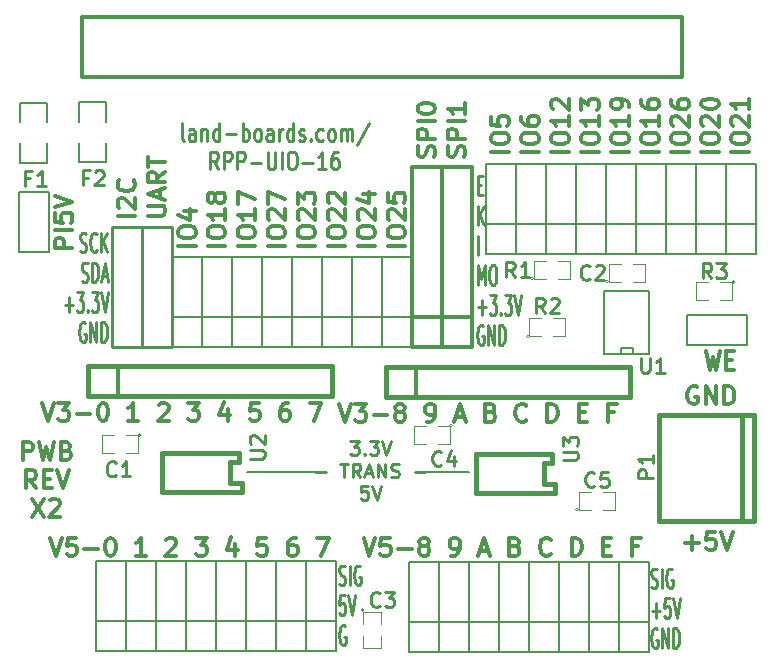
<source format=gto>
G04 #@! TF.FileFunction,Legend,Top*
%FSLAX46Y46*%
G04 Gerber Fmt 4.6, Leading zero omitted, Abs format (unit mm)*
G04 Created by KiCad (PCBNEW (after 2015-mar-04 BZR unknown)-product) date 4/21/2015 1:20:39 PM*
%MOMM*%
G01*
G04 APERTURE LIST*
%ADD10C,0.150000*%
%ADD11C,0.300000*%
%ADD12C,0.200000*%
%ADD13C,0.222250*%
%ADD14C,0.285750*%
%ADD15C,0.304800*%
%ADD16C,0.254000*%
%ADD17C,0.152400*%
%ADD18C,0.127000*%
%ADD19C,0.381000*%
%ADD20C,0.099060*%
G04 APERTURE END LIST*
D10*
D11*
X121266571Y-80470857D02*
X119766571Y-80470857D01*
X119766571Y-79899429D01*
X119838000Y-79756571D01*
X119909429Y-79685143D01*
X120052286Y-79613714D01*
X120266571Y-79613714D01*
X120409429Y-79685143D01*
X120480857Y-79756571D01*
X120552286Y-79899429D01*
X120552286Y-80470857D01*
X121266571Y-78970857D02*
X119766571Y-78970857D01*
X119766571Y-77542285D02*
X119766571Y-78256571D01*
X120480857Y-78328000D01*
X120409429Y-78256571D01*
X120338000Y-78113714D01*
X120338000Y-77756571D01*
X120409429Y-77613714D01*
X120480857Y-77542285D01*
X120623714Y-77470857D01*
X120980857Y-77470857D01*
X121123714Y-77542285D01*
X121195143Y-77613714D01*
X121266571Y-77756571D01*
X121266571Y-78113714D01*
X121195143Y-78256571D01*
X121123714Y-78328000D01*
X119766571Y-77042286D02*
X121266571Y-76542286D01*
X119766571Y-76042286D01*
X174182143Y-92270000D02*
X174039286Y-92198571D01*
X173825000Y-92198571D01*
X173610715Y-92270000D01*
X173467857Y-92412857D01*
X173396429Y-92555714D01*
X173325000Y-92841429D01*
X173325000Y-93055714D01*
X173396429Y-93341429D01*
X173467857Y-93484286D01*
X173610715Y-93627143D01*
X173825000Y-93698571D01*
X173967857Y-93698571D01*
X174182143Y-93627143D01*
X174253572Y-93555714D01*
X174253572Y-93055714D01*
X173967857Y-93055714D01*
X174896429Y-93698571D02*
X174896429Y-92198571D01*
X175753572Y-93698571D01*
X175753572Y-92198571D01*
X176467858Y-93698571D02*
X176467858Y-92198571D01*
X176825001Y-92198571D01*
X177039286Y-92270000D01*
X177182144Y-92412857D01*
X177253572Y-92555714D01*
X177325001Y-92841429D01*
X177325001Y-93055714D01*
X177253572Y-93341429D01*
X177182144Y-93484286D01*
X177039286Y-93627143D01*
X176825001Y-93698571D01*
X176467858Y-93698571D01*
X173142429Y-105446143D02*
X174285286Y-105446143D01*
X173713857Y-106017571D02*
X173713857Y-104874714D01*
X175713858Y-104517571D02*
X174999572Y-104517571D01*
X174928143Y-105231857D01*
X174999572Y-105160429D01*
X175142429Y-105089000D01*
X175499572Y-105089000D01*
X175642429Y-105160429D01*
X175713858Y-105231857D01*
X175785286Y-105374714D01*
X175785286Y-105731857D01*
X175713858Y-105874714D01*
X175642429Y-105946143D01*
X175499572Y-106017571D01*
X175142429Y-106017571D01*
X174999572Y-105946143D01*
X174928143Y-105874714D01*
X176213857Y-104517571D02*
X176713857Y-106017571D01*
X177213857Y-104517571D01*
D12*
X151172000Y-99455000D02*
X154855000Y-99455000D01*
X142282000Y-99455000D02*
X136059000Y-99455000D01*
D11*
X145919062Y-105025571D02*
X146418595Y-106525571D01*
X146918128Y-105025571D01*
X148131281Y-105025571D02*
X147417662Y-105025571D01*
X147346300Y-105739857D01*
X147417662Y-105668429D01*
X147560385Y-105597000D01*
X147917195Y-105597000D01*
X148059919Y-105668429D01*
X148131281Y-105739857D01*
X148202642Y-105882714D01*
X148202642Y-106239857D01*
X148131281Y-106382714D01*
X148059919Y-106454143D01*
X147917195Y-106525571D01*
X147560385Y-106525571D01*
X147417662Y-106454143D01*
X147346300Y-106382714D01*
X148844900Y-105954143D02*
X149986690Y-105954143D01*
X150914395Y-105668429D02*
X150771671Y-105597000D01*
X150700310Y-105525571D01*
X150628948Y-105382714D01*
X150628948Y-105311286D01*
X150700310Y-105168429D01*
X150771671Y-105097000D01*
X150914395Y-105025571D01*
X151199843Y-105025571D01*
X151342567Y-105097000D01*
X151413929Y-105168429D01*
X151485290Y-105311286D01*
X151485290Y-105382714D01*
X151413929Y-105525571D01*
X151342567Y-105597000D01*
X151199843Y-105668429D01*
X150914395Y-105668429D01*
X150771671Y-105739857D01*
X150700310Y-105811286D01*
X150628948Y-105954143D01*
X150628948Y-106239857D01*
X150700310Y-106382714D01*
X150771671Y-106454143D01*
X150914395Y-106525571D01*
X151199843Y-106525571D01*
X151342567Y-106454143D01*
X151413929Y-106382714D01*
X151485290Y-106239857D01*
X151485290Y-105954143D01*
X151413929Y-105811286D01*
X151342567Y-105739857D01*
X151199843Y-105668429D01*
X153340699Y-106525571D02*
X153626147Y-106525571D01*
X153768871Y-106454143D01*
X153840233Y-106382714D01*
X153982957Y-106168429D01*
X154054318Y-105882714D01*
X154054318Y-105311286D01*
X153982957Y-105168429D01*
X153911595Y-105097000D01*
X153768871Y-105025571D01*
X153483423Y-105025571D01*
X153340699Y-105097000D01*
X153269338Y-105168429D01*
X153197976Y-105311286D01*
X153197976Y-105668429D01*
X153269338Y-105811286D01*
X153340699Y-105882714D01*
X153483423Y-105954143D01*
X153768871Y-105954143D01*
X153911595Y-105882714D01*
X153982957Y-105811286D01*
X154054318Y-105668429D01*
X155767004Y-106097000D02*
X156480623Y-106097000D01*
X155624280Y-106525571D02*
X156123813Y-105025571D01*
X156623346Y-106525571D01*
X158764203Y-105739857D02*
X158978289Y-105811286D01*
X159049650Y-105882714D01*
X159121012Y-106025571D01*
X159121012Y-106239857D01*
X159049650Y-106382714D01*
X158978289Y-106454143D01*
X158835565Y-106525571D01*
X158264670Y-106525571D01*
X158264670Y-105025571D01*
X158764203Y-105025571D01*
X158906927Y-105097000D01*
X158978289Y-105168429D01*
X159049650Y-105311286D01*
X159049650Y-105454143D01*
X158978289Y-105597000D01*
X158906927Y-105668429D01*
X158764203Y-105739857D01*
X158264670Y-105739857D01*
X161761402Y-106382714D02*
X161690040Y-106454143D01*
X161475955Y-106525571D01*
X161333231Y-106525571D01*
X161119145Y-106454143D01*
X160976421Y-106311286D01*
X160905060Y-106168429D01*
X160833698Y-105882714D01*
X160833698Y-105668429D01*
X160905060Y-105382714D01*
X160976421Y-105239857D01*
X161119145Y-105097000D01*
X161333231Y-105025571D01*
X161475955Y-105025571D01*
X161690040Y-105097000D01*
X161761402Y-105168429D01*
X163545450Y-106525571D02*
X163545450Y-105025571D01*
X163902259Y-105025571D01*
X164116345Y-105097000D01*
X164259069Y-105239857D01*
X164330430Y-105382714D01*
X164401792Y-105668429D01*
X164401792Y-105882714D01*
X164330430Y-106168429D01*
X164259069Y-106311286D01*
X164116345Y-106454143D01*
X163902259Y-106525571D01*
X163545450Y-106525571D01*
X166185840Y-105739857D02*
X166685373Y-105739857D01*
X166899459Y-106525571D02*
X166185840Y-106525571D01*
X166185840Y-105025571D01*
X166899459Y-105025571D01*
X169183039Y-105739857D02*
X168683506Y-105739857D01*
X168683506Y-106525571D02*
X168683506Y-105025571D01*
X169397125Y-105025571D01*
X143862852Y-93680571D02*
X144362385Y-95180571D01*
X144861918Y-93680571D01*
X145218728Y-93680571D02*
X146146432Y-93680571D01*
X145646899Y-94252000D01*
X145860985Y-94252000D01*
X146003709Y-94323429D01*
X146075071Y-94394857D01*
X146146432Y-94537714D01*
X146146432Y-94894857D01*
X146075071Y-95037714D01*
X146003709Y-95109143D01*
X145860985Y-95180571D01*
X145432813Y-95180571D01*
X145290090Y-95109143D01*
X145218728Y-95037714D01*
X146788690Y-94609143D02*
X147930480Y-94609143D01*
X148858185Y-94323429D02*
X148715461Y-94252000D01*
X148644100Y-94180571D01*
X148572738Y-94037714D01*
X148572738Y-93966286D01*
X148644100Y-93823429D01*
X148715461Y-93752000D01*
X148858185Y-93680571D01*
X149143633Y-93680571D01*
X149286357Y-93752000D01*
X149357719Y-93823429D01*
X149429080Y-93966286D01*
X149429080Y-94037714D01*
X149357719Y-94180571D01*
X149286357Y-94252000D01*
X149143633Y-94323429D01*
X148858185Y-94323429D01*
X148715461Y-94394857D01*
X148644100Y-94466286D01*
X148572738Y-94609143D01*
X148572738Y-94894857D01*
X148644100Y-95037714D01*
X148715461Y-95109143D01*
X148858185Y-95180571D01*
X149143633Y-95180571D01*
X149286357Y-95109143D01*
X149357719Y-95037714D01*
X149429080Y-94894857D01*
X149429080Y-94609143D01*
X149357719Y-94466286D01*
X149286357Y-94394857D01*
X149143633Y-94323429D01*
X151284489Y-95180571D02*
X151569937Y-95180571D01*
X151712661Y-95109143D01*
X151784023Y-95037714D01*
X151926747Y-94823429D01*
X151998108Y-94537714D01*
X151998108Y-93966286D01*
X151926747Y-93823429D01*
X151855385Y-93752000D01*
X151712661Y-93680571D01*
X151427213Y-93680571D01*
X151284489Y-93752000D01*
X151213128Y-93823429D01*
X151141766Y-93966286D01*
X151141766Y-94323429D01*
X151213128Y-94466286D01*
X151284489Y-94537714D01*
X151427213Y-94609143D01*
X151712661Y-94609143D01*
X151855385Y-94537714D01*
X151926747Y-94466286D01*
X151998108Y-94323429D01*
X153710794Y-94752000D02*
X154424413Y-94752000D01*
X153568070Y-95180571D02*
X154067603Y-93680571D01*
X154567136Y-95180571D01*
X156707993Y-94394857D02*
X156922079Y-94466286D01*
X156993440Y-94537714D01*
X157064802Y-94680571D01*
X157064802Y-94894857D01*
X156993440Y-95037714D01*
X156922079Y-95109143D01*
X156779355Y-95180571D01*
X156208460Y-95180571D01*
X156208460Y-93680571D01*
X156707993Y-93680571D01*
X156850717Y-93752000D01*
X156922079Y-93823429D01*
X156993440Y-93966286D01*
X156993440Y-94109143D01*
X156922079Y-94252000D01*
X156850717Y-94323429D01*
X156707993Y-94394857D01*
X156208460Y-94394857D01*
X159705192Y-95037714D02*
X159633830Y-95109143D01*
X159419745Y-95180571D01*
X159277021Y-95180571D01*
X159062935Y-95109143D01*
X158920211Y-94966286D01*
X158848850Y-94823429D01*
X158777488Y-94537714D01*
X158777488Y-94323429D01*
X158848850Y-94037714D01*
X158920211Y-93894857D01*
X159062935Y-93752000D01*
X159277021Y-93680571D01*
X159419745Y-93680571D01*
X159633830Y-93752000D01*
X159705192Y-93823429D01*
X161489240Y-95180571D02*
X161489240Y-93680571D01*
X161846049Y-93680571D01*
X162060135Y-93752000D01*
X162202859Y-93894857D01*
X162274220Y-94037714D01*
X162345582Y-94323429D01*
X162345582Y-94537714D01*
X162274220Y-94823429D01*
X162202859Y-94966286D01*
X162060135Y-95109143D01*
X161846049Y-95180571D01*
X161489240Y-95180571D01*
X164129630Y-94394857D02*
X164629163Y-94394857D01*
X164843249Y-95180571D02*
X164129630Y-95180571D01*
X164129630Y-93680571D01*
X164843249Y-93680571D01*
X167126829Y-94394857D02*
X166627296Y-94394857D01*
X166627296Y-95180571D02*
X166627296Y-93680571D01*
X167340915Y-93680571D01*
D13*
X155597667Y-75137946D02*
X155894000Y-75137946D01*
X156021000Y-76002756D02*
X155597667Y-76002756D01*
X155597667Y-74351756D01*
X156021000Y-74351756D01*
X155597667Y-78536406D02*
X155597667Y-76885406D01*
X156105667Y-78536406D02*
X155724667Y-77592977D01*
X156105667Y-76885406D02*
X155597667Y-77828835D01*
X155597667Y-81070056D02*
X155597667Y-79419056D01*
X155597667Y-83603706D02*
X155597667Y-81952706D01*
X155894000Y-83131992D01*
X156190333Y-81952706D01*
X156190333Y-83603706D01*
X156783000Y-81952706D02*
X156952333Y-81952706D01*
X157037000Y-82031325D01*
X157121667Y-82188563D01*
X157164000Y-82503039D01*
X157164000Y-83053373D01*
X157121667Y-83367849D01*
X157037000Y-83525087D01*
X156952333Y-83603706D01*
X156783000Y-83603706D01*
X156698333Y-83525087D01*
X156613667Y-83367849D01*
X156571333Y-83053373D01*
X156571333Y-82503039D01*
X156613667Y-82188563D01*
X156698333Y-82031325D01*
X156783000Y-81952706D01*
X155597667Y-85508404D02*
X156275000Y-85508404D01*
X155936333Y-86137356D02*
X155936333Y-84879451D01*
X156613667Y-84486356D02*
X157164000Y-84486356D01*
X156867667Y-85115308D01*
X156994667Y-85115308D01*
X157079334Y-85193927D01*
X157121667Y-85272546D01*
X157164000Y-85429785D01*
X157164000Y-85822880D01*
X157121667Y-85980118D01*
X157079334Y-86058737D01*
X156994667Y-86137356D01*
X156740667Y-86137356D01*
X156656000Y-86058737D01*
X156613667Y-85980118D01*
X157545001Y-85980118D02*
X157587334Y-86058737D01*
X157545001Y-86137356D01*
X157502667Y-86058737D01*
X157545001Y-85980118D01*
X157545001Y-86137356D01*
X157883667Y-84486356D02*
X158434000Y-84486356D01*
X158137667Y-85115308D01*
X158264667Y-85115308D01*
X158349334Y-85193927D01*
X158391667Y-85272546D01*
X158434000Y-85429785D01*
X158434000Y-85822880D01*
X158391667Y-85980118D01*
X158349334Y-86058737D01*
X158264667Y-86137356D01*
X158010667Y-86137356D01*
X157926000Y-86058737D01*
X157883667Y-85980118D01*
X158688001Y-84486356D02*
X158984334Y-86137356D01*
X159280667Y-84486356D01*
X156063333Y-87098625D02*
X155978667Y-87020006D01*
X155851667Y-87020006D01*
X155724667Y-87098625D01*
X155640000Y-87255863D01*
X155597667Y-87413101D01*
X155555333Y-87727577D01*
X155555333Y-87963435D01*
X155597667Y-88277911D01*
X155640000Y-88435149D01*
X155724667Y-88592387D01*
X155851667Y-88671006D01*
X155936333Y-88671006D01*
X156063333Y-88592387D01*
X156105667Y-88513768D01*
X156105667Y-87963435D01*
X155936333Y-87963435D01*
X156486667Y-88671006D02*
X156486667Y-87020006D01*
X156994667Y-88671006D01*
X156994667Y-87020006D01*
X157418000Y-88671006D02*
X157418000Y-87020006D01*
X157629666Y-87020006D01*
X157756666Y-87098625D01*
X157841333Y-87255863D01*
X157883666Y-87413101D01*
X157926000Y-87727577D01*
X157926000Y-87963435D01*
X157883666Y-88277911D01*
X157841333Y-88435149D01*
X157756666Y-88592387D01*
X157629666Y-88671006D01*
X157418000Y-88671006D01*
D11*
X119359128Y-105025571D02*
X119858661Y-106525571D01*
X120358194Y-105025571D01*
X121571347Y-105025571D02*
X120857728Y-105025571D01*
X120786366Y-105739857D01*
X120857728Y-105668429D01*
X121000451Y-105597000D01*
X121357261Y-105597000D01*
X121499985Y-105668429D01*
X121571347Y-105739857D01*
X121642708Y-105882714D01*
X121642708Y-106239857D01*
X121571347Y-106382714D01*
X121499985Y-106454143D01*
X121357261Y-106525571D01*
X121000451Y-106525571D01*
X120857728Y-106454143D01*
X120786366Y-106382714D01*
X122284966Y-105954143D02*
X123426756Y-105954143D01*
X124425823Y-105025571D02*
X124568547Y-105025571D01*
X124711271Y-105097000D01*
X124782633Y-105168429D01*
X124853995Y-105311286D01*
X124925356Y-105597000D01*
X124925356Y-105954143D01*
X124853995Y-106239857D01*
X124782633Y-106382714D01*
X124711271Y-106454143D01*
X124568547Y-106525571D01*
X124425823Y-106525571D01*
X124283099Y-106454143D01*
X124211737Y-106382714D01*
X124140376Y-106239857D01*
X124069014Y-105954143D01*
X124069014Y-105597000D01*
X124140376Y-105311286D01*
X124211737Y-105168429D01*
X124283099Y-105097000D01*
X124425823Y-105025571D01*
X127494384Y-106525571D02*
X126638042Y-106525571D01*
X127066213Y-106525571D02*
X127066213Y-105025571D01*
X126923489Y-105239857D01*
X126780765Y-105382714D01*
X126638042Y-105454143D01*
X129207070Y-105168429D02*
X129278432Y-105097000D01*
X129421155Y-105025571D01*
X129777965Y-105025571D01*
X129920689Y-105097000D01*
X129992051Y-105168429D01*
X130063412Y-105311286D01*
X130063412Y-105454143D01*
X129992051Y-105668429D01*
X129135708Y-106525571D01*
X130063412Y-106525571D01*
X131704736Y-105025571D02*
X132632440Y-105025571D01*
X132132907Y-105597000D01*
X132346993Y-105597000D01*
X132489717Y-105668429D01*
X132561079Y-105739857D01*
X132632440Y-105882714D01*
X132632440Y-106239857D01*
X132561079Y-106382714D01*
X132489717Y-106454143D01*
X132346993Y-106525571D01*
X131918821Y-106525571D01*
X131776098Y-106454143D01*
X131704736Y-106382714D01*
X135058745Y-105525571D02*
X135058745Y-106525571D01*
X134701935Y-104954143D02*
X134345126Y-106025571D01*
X135272830Y-106025571D01*
X137699135Y-105025571D02*
X136985516Y-105025571D01*
X136914154Y-105739857D01*
X136985516Y-105668429D01*
X137128239Y-105597000D01*
X137485049Y-105597000D01*
X137627773Y-105668429D01*
X137699135Y-105739857D01*
X137770496Y-105882714D01*
X137770496Y-106239857D01*
X137699135Y-106382714D01*
X137627773Y-106454143D01*
X137485049Y-106525571D01*
X137128239Y-106525571D01*
X136985516Y-106454143D01*
X136914154Y-106382714D01*
X140196801Y-105025571D02*
X139911353Y-105025571D01*
X139768629Y-105097000D01*
X139697267Y-105168429D01*
X139554544Y-105382714D01*
X139483182Y-105668429D01*
X139483182Y-106239857D01*
X139554544Y-106382714D01*
X139625905Y-106454143D01*
X139768629Y-106525571D01*
X140054077Y-106525571D01*
X140196801Y-106454143D01*
X140268163Y-106382714D01*
X140339524Y-106239857D01*
X140339524Y-105882714D01*
X140268163Y-105739857D01*
X140196801Y-105668429D01*
X140054077Y-105597000D01*
X139768629Y-105597000D01*
X139625905Y-105668429D01*
X139554544Y-105739857D01*
X139483182Y-105882714D01*
X141980848Y-105025571D02*
X142979914Y-105025571D01*
X142337657Y-106525571D01*
D14*
X144808715Y-96858121D02*
X145516286Y-96858121D01*
X145135286Y-97293550D01*
X145298572Y-97293550D01*
X145407429Y-97347979D01*
X145461858Y-97402407D01*
X145516286Y-97511264D01*
X145516286Y-97783407D01*
X145461858Y-97892264D01*
X145407429Y-97946693D01*
X145298572Y-98001121D01*
X144972000Y-98001121D01*
X144863143Y-97946693D01*
X144808715Y-97892264D01*
X146006143Y-97892264D02*
X146060571Y-97946693D01*
X146006143Y-98001121D01*
X145951714Y-97946693D01*
X146006143Y-97892264D01*
X146006143Y-98001121D01*
X146441572Y-96858121D02*
X147149143Y-96858121D01*
X146768143Y-97293550D01*
X146931429Y-97293550D01*
X147040286Y-97347979D01*
X147094715Y-97402407D01*
X147149143Y-97511264D01*
X147149143Y-97783407D01*
X147094715Y-97892264D01*
X147040286Y-97946693D01*
X146931429Y-98001121D01*
X146604857Y-98001121D01*
X146496000Y-97946693D01*
X146441572Y-97892264D01*
X147475714Y-96858121D02*
X147856714Y-98001121D01*
X148237714Y-96858121D01*
X141842358Y-99451643D02*
X142713215Y-99451643D01*
X143965072Y-98744071D02*
X144618215Y-98744071D01*
X144291644Y-99887071D02*
X144291644Y-98744071D01*
X145652358Y-99887071D02*
X145271358Y-99342786D01*
X144999215Y-99887071D02*
X144999215Y-98744071D01*
X145434643Y-98744071D01*
X145543501Y-98798500D01*
X145597929Y-98852929D01*
X145652358Y-98961786D01*
X145652358Y-99125071D01*
X145597929Y-99233929D01*
X145543501Y-99288357D01*
X145434643Y-99342786D01*
X144999215Y-99342786D01*
X146087786Y-99560500D02*
X146632072Y-99560500D01*
X145978929Y-99887071D02*
X146359929Y-98744071D01*
X146740929Y-99887071D01*
X147121929Y-99887071D02*
X147121929Y-98744071D01*
X147775072Y-99887071D01*
X147775072Y-98744071D01*
X148264929Y-99832643D02*
X148428215Y-99887071D01*
X148700358Y-99887071D01*
X148809215Y-99832643D01*
X148863644Y-99778214D01*
X148918072Y-99669357D01*
X148918072Y-99560500D01*
X148863644Y-99451643D01*
X148809215Y-99397214D01*
X148700358Y-99342786D01*
X148482644Y-99288357D01*
X148373786Y-99233929D01*
X148319358Y-99179500D01*
X148264929Y-99070643D01*
X148264929Y-98961786D01*
X148319358Y-98852929D01*
X148373786Y-98798500D01*
X148482644Y-98744071D01*
X148754786Y-98744071D01*
X148918072Y-98798500D01*
X150278786Y-99451643D02*
X151149643Y-99451643D01*
X146278287Y-100630021D02*
X145734001Y-100630021D01*
X145679572Y-101174307D01*
X145734001Y-101119879D01*
X145842858Y-101065450D01*
X146115001Y-101065450D01*
X146223858Y-101119879D01*
X146278287Y-101174307D01*
X146332715Y-101283164D01*
X146332715Y-101555307D01*
X146278287Y-101664164D01*
X146223858Y-101718593D01*
X146115001Y-101773021D01*
X145842858Y-101773021D01*
X145734001Y-101718593D01*
X145679572Y-101664164D01*
X146659286Y-100630021D02*
X147040286Y-101773021D01*
X147421286Y-100630021D01*
D11*
X118724128Y-93595571D02*
X119223661Y-95095571D01*
X119723194Y-93595571D01*
X120080004Y-93595571D02*
X121007708Y-93595571D01*
X120508175Y-94167000D01*
X120722261Y-94167000D01*
X120864985Y-94238429D01*
X120936347Y-94309857D01*
X121007708Y-94452714D01*
X121007708Y-94809857D01*
X120936347Y-94952714D01*
X120864985Y-95024143D01*
X120722261Y-95095571D01*
X120294089Y-95095571D01*
X120151366Y-95024143D01*
X120080004Y-94952714D01*
X121649966Y-94524143D02*
X122791756Y-94524143D01*
X123790823Y-93595571D02*
X123933547Y-93595571D01*
X124076271Y-93667000D01*
X124147633Y-93738429D01*
X124218995Y-93881286D01*
X124290356Y-94167000D01*
X124290356Y-94524143D01*
X124218995Y-94809857D01*
X124147633Y-94952714D01*
X124076271Y-95024143D01*
X123933547Y-95095571D01*
X123790823Y-95095571D01*
X123648099Y-95024143D01*
X123576737Y-94952714D01*
X123505376Y-94809857D01*
X123434014Y-94524143D01*
X123434014Y-94167000D01*
X123505376Y-93881286D01*
X123576737Y-93738429D01*
X123648099Y-93667000D01*
X123790823Y-93595571D01*
X126859384Y-95095571D02*
X126003042Y-95095571D01*
X126431213Y-95095571D02*
X126431213Y-93595571D01*
X126288489Y-93809857D01*
X126145765Y-93952714D01*
X126003042Y-94024143D01*
X128572070Y-93738429D02*
X128643432Y-93667000D01*
X128786155Y-93595571D01*
X129142965Y-93595571D01*
X129285689Y-93667000D01*
X129357051Y-93738429D01*
X129428412Y-93881286D01*
X129428412Y-94024143D01*
X129357051Y-94238429D01*
X128500708Y-95095571D01*
X129428412Y-95095571D01*
X131069736Y-93595571D02*
X131997440Y-93595571D01*
X131497907Y-94167000D01*
X131711993Y-94167000D01*
X131854717Y-94238429D01*
X131926079Y-94309857D01*
X131997440Y-94452714D01*
X131997440Y-94809857D01*
X131926079Y-94952714D01*
X131854717Y-95024143D01*
X131711993Y-95095571D01*
X131283821Y-95095571D01*
X131141098Y-95024143D01*
X131069736Y-94952714D01*
X134423745Y-94095571D02*
X134423745Y-95095571D01*
X134066935Y-93524143D02*
X133710126Y-94595571D01*
X134637830Y-94595571D01*
X137064135Y-93595571D02*
X136350516Y-93595571D01*
X136279154Y-94309857D01*
X136350516Y-94238429D01*
X136493239Y-94167000D01*
X136850049Y-94167000D01*
X136992773Y-94238429D01*
X137064135Y-94309857D01*
X137135496Y-94452714D01*
X137135496Y-94809857D01*
X137064135Y-94952714D01*
X136992773Y-95024143D01*
X136850049Y-95095571D01*
X136493239Y-95095571D01*
X136350516Y-95024143D01*
X136279154Y-94952714D01*
X139561801Y-93595571D02*
X139276353Y-93595571D01*
X139133629Y-93667000D01*
X139062267Y-93738429D01*
X138919544Y-93952714D01*
X138848182Y-94238429D01*
X138848182Y-94809857D01*
X138919544Y-94952714D01*
X138990905Y-95024143D01*
X139133629Y-95095571D01*
X139419077Y-95095571D01*
X139561801Y-95024143D01*
X139633163Y-94952714D01*
X139704524Y-94809857D01*
X139704524Y-94452714D01*
X139633163Y-94309857D01*
X139561801Y-94238429D01*
X139419077Y-94167000D01*
X139133629Y-94167000D01*
X138990905Y-94238429D01*
X138919544Y-94309857D01*
X138848182Y-94452714D01*
X141345848Y-93595571D02*
X142344914Y-93595571D01*
X141702657Y-95095571D01*
D13*
X143871333Y-108934612D02*
X143998333Y-109013231D01*
X144210000Y-109013231D01*
X144294667Y-108934612D01*
X144337000Y-108855993D01*
X144379333Y-108698755D01*
X144379333Y-108541517D01*
X144337000Y-108384279D01*
X144294667Y-108305660D01*
X144210000Y-108227040D01*
X144040667Y-108148421D01*
X143956000Y-108069802D01*
X143913667Y-107991183D01*
X143871333Y-107833945D01*
X143871333Y-107676707D01*
X143913667Y-107519469D01*
X143956000Y-107440850D01*
X144040667Y-107362231D01*
X144252333Y-107362231D01*
X144379333Y-107440850D01*
X144760334Y-109013231D02*
X144760334Y-107362231D01*
X145649333Y-107440850D02*
X145564667Y-107362231D01*
X145437667Y-107362231D01*
X145310667Y-107440850D01*
X145226000Y-107598088D01*
X145183667Y-107755326D01*
X145141333Y-108069802D01*
X145141333Y-108305660D01*
X145183667Y-108620136D01*
X145226000Y-108777374D01*
X145310667Y-108934612D01*
X145437667Y-109013231D01*
X145522333Y-109013231D01*
X145649333Y-108934612D01*
X145691667Y-108855993D01*
X145691667Y-108305660D01*
X145522333Y-108305660D01*
X144337000Y-109895881D02*
X143913667Y-109895881D01*
X143871333Y-110682071D01*
X143913667Y-110603452D01*
X143998333Y-110524833D01*
X144210000Y-110524833D01*
X144294667Y-110603452D01*
X144337000Y-110682071D01*
X144379333Y-110839310D01*
X144379333Y-111232405D01*
X144337000Y-111389643D01*
X144294667Y-111468262D01*
X144210000Y-111546881D01*
X143998333Y-111546881D01*
X143913667Y-111468262D01*
X143871333Y-111389643D01*
X144633334Y-109895881D02*
X144929667Y-111546881D01*
X145226000Y-109895881D01*
X144379333Y-112508150D02*
X144294667Y-112429531D01*
X144167667Y-112429531D01*
X144040667Y-112508150D01*
X143956000Y-112665388D01*
X143913667Y-112822626D01*
X143871333Y-113137102D01*
X143871333Y-113372960D01*
X143913667Y-113687436D01*
X143956000Y-113844674D01*
X144040667Y-114001912D01*
X144167667Y-114080531D01*
X144252333Y-114080531D01*
X144379333Y-114001912D01*
X144421667Y-113923293D01*
X144421667Y-113372960D01*
X144252333Y-113372960D01*
X170287333Y-109188612D02*
X170414333Y-109267231D01*
X170626000Y-109267231D01*
X170710667Y-109188612D01*
X170753000Y-109109993D01*
X170795333Y-108952755D01*
X170795333Y-108795517D01*
X170753000Y-108638279D01*
X170710667Y-108559660D01*
X170626000Y-108481040D01*
X170456667Y-108402421D01*
X170372000Y-108323802D01*
X170329667Y-108245183D01*
X170287333Y-108087945D01*
X170287333Y-107930707D01*
X170329667Y-107773469D01*
X170372000Y-107694850D01*
X170456667Y-107616231D01*
X170668333Y-107616231D01*
X170795333Y-107694850D01*
X171176334Y-109267231D02*
X171176334Y-107616231D01*
X172065333Y-107694850D02*
X171980667Y-107616231D01*
X171853667Y-107616231D01*
X171726667Y-107694850D01*
X171642000Y-107852088D01*
X171599667Y-108009326D01*
X171557333Y-108323802D01*
X171557333Y-108559660D01*
X171599667Y-108874136D01*
X171642000Y-109031374D01*
X171726667Y-109188612D01*
X171853667Y-109267231D01*
X171938333Y-109267231D01*
X172065333Y-109188612D01*
X172107667Y-109109993D01*
X172107667Y-108559660D01*
X171938333Y-108559660D01*
X170329667Y-111171929D02*
X171007000Y-111171929D01*
X170668333Y-111800881D02*
X170668333Y-110542976D01*
X171853667Y-110149881D02*
X171430334Y-110149881D01*
X171388000Y-110936071D01*
X171430334Y-110857452D01*
X171515000Y-110778833D01*
X171726667Y-110778833D01*
X171811334Y-110857452D01*
X171853667Y-110936071D01*
X171896000Y-111093310D01*
X171896000Y-111486405D01*
X171853667Y-111643643D01*
X171811334Y-111722262D01*
X171726667Y-111800881D01*
X171515000Y-111800881D01*
X171430334Y-111722262D01*
X171388000Y-111643643D01*
X172150001Y-110149881D02*
X172446334Y-111800881D01*
X172742667Y-110149881D01*
X170795333Y-112762150D02*
X170710667Y-112683531D01*
X170583667Y-112683531D01*
X170456667Y-112762150D01*
X170372000Y-112919388D01*
X170329667Y-113076626D01*
X170287333Y-113391102D01*
X170287333Y-113626960D01*
X170329667Y-113941436D01*
X170372000Y-114098674D01*
X170456667Y-114255912D01*
X170583667Y-114334531D01*
X170668333Y-114334531D01*
X170795333Y-114255912D01*
X170837667Y-114177293D01*
X170837667Y-113626960D01*
X170668333Y-113626960D01*
X171218667Y-114334531D02*
X171218667Y-112683531D01*
X171726667Y-114334531D01*
X171726667Y-112683531D01*
X172150000Y-114334531D02*
X172150000Y-112683531D01*
X172361666Y-112683531D01*
X172488666Y-112762150D01*
X172573333Y-112919388D01*
X172615666Y-113076626D01*
X172658000Y-113391102D01*
X172658000Y-113626960D01*
X172615666Y-113941436D01*
X172573333Y-114098674D01*
X172488666Y-114255912D01*
X172361666Y-114334531D01*
X172150000Y-114334531D01*
D15*
X174889571Y-89229655D02*
X175222190Y-90817155D01*
X175488286Y-89683226D01*
X175754381Y-90817155D01*
X176087000Y-89229655D01*
X176619190Y-89985607D02*
X177084857Y-89985607D01*
X177284428Y-90817155D02*
X176619190Y-90817155D01*
X176619190Y-89229655D01*
X177284428Y-89229655D01*
D11*
X176003571Y-72342857D02*
X174503571Y-72342857D01*
X174503571Y-71342857D02*
X174503571Y-71057143D01*
X174575000Y-70914285D01*
X174717857Y-70771428D01*
X175003571Y-70700000D01*
X175503571Y-70700000D01*
X175789286Y-70771428D01*
X175932143Y-70914285D01*
X176003571Y-71057143D01*
X176003571Y-71342857D01*
X175932143Y-71485714D01*
X175789286Y-71628571D01*
X175503571Y-71700000D01*
X175003571Y-71700000D01*
X174717857Y-71628571D01*
X174575000Y-71485714D01*
X174503571Y-71342857D01*
X174646429Y-70128571D02*
X174575000Y-70057142D01*
X174503571Y-69914285D01*
X174503571Y-69557142D01*
X174575000Y-69414285D01*
X174646429Y-69342856D01*
X174789286Y-69271428D01*
X174932143Y-69271428D01*
X175146429Y-69342856D01*
X176003571Y-70199999D01*
X176003571Y-69271428D01*
X174503571Y-68342857D02*
X174503571Y-68200000D01*
X174575000Y-68057143D01*
X174646429Y-67985714D01*
X174789286Y-67914285D01*
X175075000Y-67842857D01*
X175432143Y-67842857D01*
X175717857Y-67914285D01*
X175860714Y-67985714D01*
X175932143Y-68057143D01*
X176003571Y-68200000D01*
X176003571Y-68342857D01*
X175932143Y-68485714D01*
X175860714Y-68557143D01*
X175717857Y-68628571D01*
X175432143Y-68700000D01*
X175075000Y-68700000D01*
X174789286Y-68628571D01*
X174646429Y-68557143D01*
X174575000Y-68485714D01*
X174503571Y-68342857D01*
X170923571Y-72342857D02*
X169423571Y-72342857D01*
X169423571Y-71342857D02*
X169423571Y-71057143D01*
X169495000Y-70914285D01*
X169637857Y-70771428D01*
X169923571Y-70700000D01*
X170423571Y-70700000D01*
X170709286Y-70771428D01*
X170852143Y-70914285D01*
X170923571Y-71057143D01*
X170923571Y-71342857D01*
X170852143Y-71485714D01*
X170709286Y-71628571D01*
X170423571Y-71700000D01*
X169923571Y-71700000D01*
X169637857Y-71628571D01*
X169495000Y-71485714D01*
X169423571Y-71342857D01*
X170923571Y-69271428D02*
X170923571Y-70128571D01*
X170923571Y-69699999D02*
X169423571Y-69699999D01*
X169637857Y-69842856D01*
X169780714Y-69985714D01*
X169852143Y-70128571D01*
X169423571Y-67985714D02*
X169423571Y-68271428D01*
X169495000Y-68414285D01*
X169566429Y-68485714D01*
X169780714Y-68628571D01*
X170066429Y-68700000D01*
X170637857Y-68700000D01*
X170780714Y-68628571D01*
X170852143Y-68557143D01*
X170923571Y-68414285D01*
X170923571Y-68128571D01*
X170852143Y-67985714D01*
X170780714Y-67914285D01*
X170637857Y-67842857D01*
X170280714Y-67842857D01*
X170137857Y-67914285D01*
X170066429Y-67985714D01*
X169995000Y-68128571D01*
X169995000Y-68414285D01*
X170066429Y-68557143D01*
X170137857Y-68628571D01*
X170280714Y-68700000D01*
X163303571Y-72342857D02*
X161803571Y-72342857D01*
X161803571Y-71342857D02*
X161803571Y-71057143D01*
X161875000Y-70914285D01*
X162017857Y-70771428D01*
X162303571Y-70700000D01*
X162803571Y-70700000D01*
X163089286Y-70771428D01*
X163232143Y-70914285D01*
X163303571Y-71057143D01*
X163303571Y-71342857D01*
X163232143Y-71485714D01*
X163089286Y-71628571D01*
X162803571Y-71700000D01*
X162303571Y-71700000D01*
X162017857Y-71628571D01*
X161875000Y-71485714D01*
X161803571Y-71342857D01*
X163303571Y-69271428D02*
X163303571Y-70128571D01*
X163303571Y-69699999D02*
X161803571Y-69699999D01*
X162017857Y-69842856D01*
X162160714Y-69985714D01*
X162232143Y-70128571D01*
X161946429Y-68700000D02*
X161875000Y-68628571D01*
X161803571Y-68485714D01*
X161803571Y-68128571D01*
X161875000Y-67985714D01*
X161946429Y-67914285D01*
X162089286Y-67842857D01*
X162232143Y-67842857D01*
X162446429Y-67914285D01*
X163303571Y-68771428D01*
X163303571Y-67842857D01*
X178543571Y-72342857D02*
X177043571Y-72342857D01*
X177043571Y-71342857D02*
X177043571Y-71057143D01*
X177115000Y-70914285D01*
X177257857Y-70771428D01*
X177543571Y-70700000D01*
X178043571Y-70700000D01*
X178329286Y-70771428D01*
X178472143Y-70914285D01*
X178543571Y-71057143D01*
X178543571Y-71342857D01*
X178472143Y-71485714D01*
X178329286Y-71628571D01*
X178043571Y-71700000D01*
X177543571Y-71700000D01*
X177257857Y-71628571D01*
X177115000Y-71485714D01*
X177043571Y-71342857D01*
X177186429Y-70128571D02*
X177115000Y-70057142D01*
X177043571Y-69914285D01*
X177043571Y-69557142D01*
X177115000Y-69414285D01*
X177186429Y-69342856D01*
X177329286Y-69271428D01*
X177472143Y-69271428D01*
X177686429Y-69342856D01*
X178543571Y-70199999D01*
X178543571Y-69271428D01*
X178543571Y-67842857D02*
X178543571Y-68700000D01*
X178543571Y-68271428D02*
X177043571Y-68271428D01*
X177257857Y-68414285D01*
X177400714Y-68557143D01*
X177472143Y-68700000D01*
X173463571Y-72342857D02*
X171963571Y-72342857D01*
X171963571Y-71342857D02*
X171963571Y-71057143D01*
X172035000Y-70914285D01*
X172177857Y-70771428D01*
X172463571Y-70700000D01*
X172963571Y-70700000D01*
X173249286Y-70771428D01*
X173392143Y-70914285D01*
X173463571Y-71057143D01*
X173463571Y-71342857D01*
X173392143Y-71485714D01*
X173249286Y-71628571D01*
X172963571Y-71700000D01*
X172463571Y-71700000D01*
X172177857Y-71628571D01*
X172035000Y-71485714D01*
X171963571Y-71342857D01*
X172106429Y-70128571D02*
X172035000Y-70057142D01*
X171963571Y-69914285D01*
X171963571Y-69557142D01*
X172035000Y-69414285D01*
X172106429Y-69342856D01*
X172249286Y-69271428D01*
X172392143Y-69271428D01*
X172606429Y-69342856D01*
X173463571Y-70199999D01*
X173463571Y-69271428D01*
X171963571Y-67985714D02*
X171963571Y-68271428D01*
X172035000Y-68414285D01*
X172106429Y-68485714D01*
X172320714Y-68628571D01*
X172606429Y-68700000D01*
X173177857Y-68700000D01*
X173320714Y-68628571D01*
X173392143Y-68557143D01*
X173463571Y-68414285D01*
X173463571Y-68128571D01*
X173392143Y-67985714D01*
X173320714Y-67914285D01*
X173177857Y-67842857D01*
X172820714Y-67842857D01*
X172677857Y-67914285D01*
X172606429Y-67985714D01*
X172535000Y-68128571D01*
X172535000Y-68414285D01*
X172606429Y-68557143D01*
X172677857Y-68628571D01*
X172820714Y-68700000D01*
X168383571Y-72342857D02*
X166883571Y-72342857D01*
X166883571Y-71342857D02*
X166883571Y-71057143D01*
X166955000Y-70914285D01*
X167097857Y-70771428D01*
X167383571Y-70700000D01*
X167883571Y-70700000D01*
X168169286Y-70771428D01*
X168312143Y-70914285D01*
X168383571Y-71057143D01*
X168383571Y-71342857D01*
X168312143Y-71485714D01*
X168169286Y-71628571D01*
X167883571Y-71700000D01*
X167383571Y-71700000D01*
X167097857Y-71628571D01*
X166955000Y-71485714D01*
X166883571Y-71342857D01*
X168383571Y-69271428D02*
X168383571Y-70128571D01*
X168383571Y-69699999D02*
X166883571Y-69699999D01*
X167097857Y-69842856D01*
X167240714Y-69985714D01*
X167312143Y-70128571D01*
X168383571Y-68557143D02*
X168383571Y-68271428D01*
X168312143Y-68128571D01*
X168240714Y-68057143D01*
X168026429Y-67914285D01*
X167740714Y-67842857D01*
X167169286Y-67842857D01*
X167026429Y-67914285D01*
X166955000Y-67985714D01*
X166883571Y-68128571D01*
X166883571Y-68414285D01*
X166955000Y-68557143D01*
X167026429Y-68628571D01*
X167169286Y-68700000D01*
X167526429Y-68700000D01*
X167669286Y-68628571D01*
X167740714Y-68557143D01*
X167812143Y-68414285D01*
X167812143Y-68128571D01*
X167740714Y-67985714D01*
X167669286Y-67914285D01*
X167526429Y-67842857D01*
X165843571Y-72342857D02*
X164343571Y-72342857D01*
X164343571Y-71342857D02*
X164343571Y-71057143D01*
X164415000Y-70914285D01*
X164557857Y-70771428D01*
X164843571Y-70700000D01*
X165343571Y-70700000D01*
X165629286Y-70771428D01*
X165772143Y-70914285D01*
X165843571Y-71057143D01*
X165843571Y-71342857D01*
X165772143Y-71485714D01*
X165629286Y-71628571D01*
X165343571Y-71700000D01*
X164843571Y-71700000D01*
X164557857Y-71628571D01*
X164415000Y-71485714D01*
X164343571Y-71342857D01*
X165843571Y-69271428D02*
X165843571Y-70128571D01*
X165843571Y-69699999D02*
X164343571Y-69699999D01*
X164557857Y-69842856D01*
X164700714Y-69985714D01*
X164772143Y-70128571D01*
X164343571Y-68771428D02*
X164343571Y-67842857D01*
X164915000Y-68342857D01*
X164915000Y-68128571D01*
X164986429Y-67985714D01*
X165057857Y-67914285D01*
X165200714Y-67842857D01*
X165557857Y-67842857D01*
X165700714Y-67914285D01*
X165772143Y-67985714D01*
X165843571Y-68128571D01*
X165843571Y-68557143D01*
X165772143Y-68700000D01*
X165700714Y-68771428D01*
X160763571Y-72342857D02*
X159263571Y-72342857D01*
X159263571Y-71342857D02*
X159263571Y-71057143D01*
X159335000Y-70914285D01*
X159477857Y-70771428D01*
X159763571Y-70700000D01*
X160263571Y-70700000D01*
X160549286Y-70771428D01*
X160692143Y-70914285D01*
X160763571Y-71057143D01*
X160763571Y-71342857D01*
X160692143Y-71485714D01*
X160549286Y-71628571D01*
X160263571Y-71700000D01*
X159763571Y-71700000D01*
X159477857Y-71628571D01*
X159335000Y-71485714D01*
X159263571Y-71342857D01*
X159263571Y-69414285D02*
X159263571Y-69699999D01*
X159335000Y-69842856D01*
X159406429Y-69914285D01*
X159620714Y-70057142D01*
X159906429Y-70128571D01*
X160477857Y-70128571D01*
X160620714Y-70057142D01*
X160692143Y-69985714D01*
X160763571Y-69842856D01*
X160763571Y-69557142D01*
X160692143Y-69414285D01*
X160620714Y-69342856D01*
X160477857Y-69271428D01*
X160120714Y-69271428D01*
X159977857Y-69342856D01*
X159906429Y-69414285D01*
X159835000Y-69557142D01*
X159835000Y-69842856D01*
X159906429Y-69985714D01*
X159977857Y-70057142D01*
X160120714Y-70128571D01*
X158223571Y-72342857D02*
X156723571Y-72342857D01*
X156723571Y-71342857D02*
X156723571Y-71057143D01*
X156795000Y-70914285D01*
X156937857Y-70771428D01*
X157223571Y-70700000D01*
X157723571Y-70700000D01*
X158009286Y-70771428D01*
X158152143Y-70914285D01*
X158223571Y-71057143D01*
X158223571Y-71342857D01*
X158152143Y-71485714D01*
X158009286Y-71628571D01*
X157723571Y-71700000D01*
X157223571Y-71700000D01*
X156937857Y-71628571D01*
X156795000Y-71485714D01*
X156723571Y-71342857D01*
X156723571Y-69342856D02*
X156723571Y-70057142D01*
X157437857Y-70128571D01*
X157366429Y-70057142D01*
X157295000Y-69914285D01*
X157295000Y-69557142D01*
X157366429Y-69414285D01*
X157437857Y-69342856D01*
X157580714Y-69271428D01*
X157937857Y-69271428D01*
X158080714Y-69342856D01*
X158152143Y-69414285D01*
X158223571Y-69557142D01*
X158223571Y-69914285D01*
X158152143Y-70057142D01*
X158080714Y-70128571D01*
X146908571Y-80287857D02*
X145408571Y-80287857D01*
X145408571Y-79287857D02*
X145408571Y-79002143D01*
X145480000Y-78859285D01*
X145622857Y-78716428D01*
X145908571Y-78645000D01*
X146408571Y-78645000D01*
X146694286Y-78716428D01*
X146837143Y-78859285D01*
X146908571Y-79002143D01*
X146908571Y-79287857D01*
X146837143Y-79430714D01*
X146694286Y-79573571D01*
X146408571Y-79645000D01*
X145908571Y-79645000D01*
X145622857Y-79573571D01*
X145480000Y-79430714D01*
X145408571Y-79287857D01*
X145551429Y-78073571D02*
X145480000Y-78002142D01*
X145408571Y-77859285D01*
X145408571Y-77502142D01*
X145480000Y-77359285D01*
X145551429Y-77287856D01*
X145694286Y-77216428D01*
X145837143Y-77216428D01*
X146051429Y-77287856D01*
X146908571Y-78144999D01*
X146908571Y-77216428D01*
X145908571Y-75930714D02*
X146908571Y-75930714D01*
X145337143Y-76287857D02*
X146408571Y-76645000D01*
X146408571Y-75716428D01*
X131744071Y-80280357D02*
X130244071Y-80280357D01*
X130244071Y-79280357D02*
X130244071Y-78994643D01*
X130315500Y-78851785D01*
X130458357Y-78708928D01*
X130744071Y-78637500D01*
X131244071Y-78637500D01*
X131529786Y-78708928D01*
X131672643Y-78851785D01*
X131744071Y-78994643D01*
X131744071Y-79280357D01*
X131672643Y-79423214D01*
X131529786Y-79566071D01*
X131244071Y-79637500D01*
X130744071Y-79637500D01*
X130458357Y-79566071D01*
X130315500Y-79423214D01*
X130244071Y-79280357D01*
X130744071Y-77351785D02*
X131744071Y-77351785D01*
X130172643Y-77708928D02*
X131244071Y-78066071D01*
X131244071Y-77137499D01*
X117064000Y-98410571D02*
X117064000Y-96910571D01*
X117635428Y-96910571D01*
X117778286Y-96982000D01*
X117849714Y-97053429D01*
X117921143Y-97196286D01*
X117921143Y-97410571D01*
X117849714Y-97553429D01*
X117778286Y-97624857D01*
X117635428Y-97696286D01*
X117064000Y-97696286D01*
X118421143Y-96910571D02*
X118778286Y-98410571D01*
X119064000Y-97339143D01*
X119349714Y-98410571D01*
X119706857Y-96910571D01*
X120778286Y-97624857D02*
X120992572Y-97696286D01*
X121064000Y-97767714D01*
X121135429Y-97910571D01*
X121135429Y-98124857D01*
X121064000Y-98267714D01*
X120992572Y-98339143D01*
X120849714Y-98410571D01*
X120278286Y-98410571D01*
X120278286Y-96910571D01*
X120778286Y-96910571D01*
X120921143Y-96982000D01*
X120992572Y-97053429D01*
X121064000Y-97196286D01*
X121064000Y-97339143D01*
X120992572Y-97482000D01*
X120921143Y-97553429D01*
X120778286Y-97624857D01*
X120278286Y-97624857D01*
X118206858Y-100810571D02*
X117706858Y-100096286D01*
X117349715Y-100810571D02*
X117349715Y-99310571D01*
X117921143Y-99310571D01*
X118064001Y-99382000D01*
X118135429Y-99453429D01*
X118206858Y-99596286D01*
X118206858Y-99810571D01*
X118135429Y-99953429D01*
X118064001Y-100024857D01*
X117921143Y-100096286D01*
X117349715Y-100096286D01*
X118849715Y-100024857D02*
X119349715Y-100024857D01*
X119564001Y-100810571D02*
X118849715Y-100810571D01*
X118849715Y-99310571D01*
X119564001Y-99310571D01*
X119992572Y-99310571D02*
X120492572Y-100810571D01*
X120992572Y-99310571D01*
X117849715Y-101710571D02*
X118849715Y-103210571D01*
X118849715Y-101710571D02*
X117849715Y-103210571D01*
X119349714Y-101853429D02*
X119421143Y-101782000D01*
X119564000Y-101710571D01*
X119921143Y-101710571D01*
X120064000Y-101782000D01*
X120135429Y-101853429D01*
X120206857Y-101996286D01*
X120206857Y-102139143D01*
X120135429Y-102353429D01*
X119278286Y-103210571D01*
X120206857Y-103210571D01*
D13*
X121942666Y-80743787D02*
X122069666Y-80822406D01*
X122281333Y-80822406D01*
X122366000Y-80743787D01*
X122408333Y-80665168D01*
X122450666Y-80507930D01*
X122450666Y-80350692D01*
X122408333Y-80193454D01*
X122366000Y-80114835D01*
X122281333Y-80036215D01*
X122112000Y-79957596D01*
X122027333Y-79878977D01*
X121985000Y-79800358D01*
X121942666Y-79643120D01*
X121942666Y-79485882D01*
X121985000Y-79328644D01*
X122027333Y-79250025D01*
X122112000Y-79171406D01*
X122323666Y-79171406D01*
X122450666Y-79250025D01*
X123339667Y-80665168D02*
X123297333Y-80743787D01*
X123170333Y-80822406D01*
X123085667Y-80822406D01*
X122958667Y-80743787D01*
X122874000Y-80586549D01*
X122831667Y-80429311D01*
X122789333Y-80114835D01*
X122789333Y-79878977D01*
X122831667Y-79564501D01*
X122874000Y-79407263D01*
X122958667Y-79250025D01*
X123085667Y-79171406D01*
X123170333Y-79171406D01*
X123297333Y-79250025D01*
X123339667Y-79328644D01*
X123720667Y-80822406D02*
X123720667Y-79171406D01*
X124228667Y-80822406D02*
X123847667Y-79878977D01*
X124228667Y-79171406D02*
X123720667Y-80114835D01*
X122069666Y-83277437D02*
X122196666Y-83356056D01*
X122408333Y-83356056D01*
X122493000Y-83277437D01*
X122535333Y-83198818D01*
X122577666Y-83041580D01*
X122577666Y-82884342D01*
X122535333Y-82727104D01*
X122493000Y-82648485D01*
X122408333Y-82569865D01*
X122239000Y-82491246D01*
X122154333Y-82412627D01*
X122112000Y-82334008D01*
X122069666Y-82176770D01*
X122069666Y-82019532D01*
X122112000Y-81862294D01*
X122154333Y-81783675D01*
X122239000Y-81705056D01*
X122450666Y-81705056D01*
X122577666Y-81783675D01*
X122958667Y-83356056D02*
X122958667Y-81705056D01*
X123170333Y-81705056D01*
X123297333Y-81783675D01*
X123382000Y-81940913D01*
X123424333Y-82098151D01*
X123466667Y-82412627D01*
X123466667Y-82648485D01*
X123424333Y-82962961D01*
X123382000Y-83120199D01*
X123297333Y-83277437D01*
X123170333Y-83356056D01*
X122958667Y-83356056D01*
X123805333Y-82884342D02*
X124228667Y-82884342D01*
X123720667Y-83356056D02*
X124017000Y-81705056D01*
X124313333Y-83356056D01*
X120630333Y-85260754D02*
X121307666Y-85260754D01*
X120968999Y-85889706D02*
X120968999Y-84631801D01*
X121646333Y-84238706D02*
X122196666Y-84238706D01*
X121900333Y-84867658D01*
X122027333Y-84867658D01*
X122112000Y-84946277D01*
X122154333Y-85024896D01*
X122196666Y-85182135D01*
X122196666Y-85575230D01*
X122154333Y-85732468D01*
X122112000Y-85811087D01*
X122027333Y-85889706D01*
X121773333Y-85889706D01*
X121688666Y-85811087D01*
X121646333Y-85732468D01*
X122577667Y-85732468D02*
X122620000Y-85811087D01*
X122577667Y-85889706D01*
X122535333Y-85811087D01*
X122577667Y-85732468D01*
X122577667Y-85889706D01*
X122916333Y-84238706D02*
X123466666Y-84238706D01*
X123170333Y-84867658D01*
X123297333Y-84867658D01*
X123382000Y-84946277D01*
X123424333Y-85024896D01*
X123466666Y-85182135D01*
X123466666Y-85575230D01*
X123424333Y-85732468D01*
X123382000Y-85811087D01*
X123297333Y-85889706D01*
X123043333Y-85889706D01*
X122958666Y-85811087D01*
X122916333Y-85732468D01*
X123720667Y-84238706D02*
X124017000Y-85889706D01*
X124313333Y-84238706D01*
X122366000Y-86850975D02*
X122281334Y-86772356D01*
X122154334Y-86772356D01*
X122027334Y-86850975D01*
X121942667Y-87008213D01*
X121900334Y-87165451D01*
X121858000Y-87479927D01*
X121858000Y-87715785D01*
X121900334Y-88030261D01*
X121942667Y-88187499D01*
X122027334Y-88344737D01*
X122154334Y-88423356D01*
X122239000Y-88423356D01*
X122366000Y-88344737D01*
X122408334Y-88266118D01*
X122408334Y-87715785D01*
X122239000Y-87715785D01*
X122789334Y-88423356D02*
X122789334Y-86772356D01*
X123297334Y-88423356D01*
X123297334Y-86772356D01*
X123720667Y-88423356D02*
X123720667Y-86772356D01*
X123932333Y-86772356D01*
X124059333Y-86850975D01*
X124144000Y-87008213D01*
X124186333Y-87165451D01*
X124228667Y-87479927D01*
X124228667Y-87715785D01*
X124186333Y-88030261D01*
X124144000Y-88187499D01*
X124059333Y-88344737D01*
X123932333Y-88423356D01*
X123720667Y-88423356D01*
D14*
X130720786Y-71423696D02*
X130611928Y-71352268D01*
X130557500Y-71209411D01*
X130557500Y-69923696D01*
X131646071Y-71423696D02*
X131646071Y-70637982D01*
X131591642Y-70495125D01*
X131482785Y-70423696D01*
X131265071Y-70423696D01*
X131156214Y-70495125D01*
X131646071Y-71352268D02*
X131537214Y-71423696D01*
X131265071Y-71423696D01*
X131156214Y-71352268D01*
X131101785Y-71209411D01*
X131101785Y-71066554D01*
X131156214Y-70923696D01*
X131265071Y-70852268D01*
X131537214Y-70852268D01*
X131646071Y-70780839D01*
X132190357Y-70423696D02*
X132190357Y-71423696D01*
X132190357Y-70566554D02*
X132244785Y-70495125D01*
X132353643Y-70423696D01*
X132516928Y-70423696D01*
X132625785Y-70495125D01*
X132680214Y-70637982D01*
X132680214Y-71423696D01*
X133714357Y-71423696D02*
X133714357Y-69923696D01*
X133714357Y-71352268D02*
X133605500Y-71423696D01*
X133387786Y-71423696D01*
X133278928Y-71352268D01*
X133224500Y-71280839D01*
X133170071Y-71137982D01*
X133170071Y-70709411D01*
X133224500Y-70566554D01*
X133278928Y-70495125D01*
X133387786Y-70423696D01*
X133605500Y-70423696D01*
X133714357Y-70495125D01*
X134258643Y-70852268D02*
X135129500Y-70852268D01*
X135673786Y-71423696D02*
X135673786Y-69923696D01*
X135673786Y-70495125D02*
X135782643Y-70423696D01*
X136000357Y-70423696D01*
X136109214Y-70495125D01*
X136163643Y-70566554D01*
X136218072Y-70709411D01*
X136218072Y-71137982D01*
X136163643Y-71280839D01*
X136109214Y-71352268D01*
X136000357Y-71423696D01*
X135782643Y-71423696D01*
X135673786Y-71352268D01*
X136871215Y-71423696D02*
X136762357Y-71352268D01*
X136707929Y-71280839D01*
X136653500Y-71137982D01*
X136653500Y-70709411D01*
X136707929Y-70566554D01*
X136762357Y-70495125D01*
X136871215Y-70423696D01*
X137034500Y-70423696D01*
X137143357Y-70495125D01*
X137197786Y-70566554D01*
X137252215Y-70709411D01*
X137252215Y-71137982D01*
X137197786Y-71280839D01*
X137143357Y-71352268D01*
X137034500Y-71423696D01*
X136871215Y-71423696D01*
X138231929Y-71423696D02*
X138231929Y-70637982D01*
X138177500Y-70495125D01*
X138068643Y-70423696D01*
X137850929Y-70423696D01*
X137742072Y-70495125D01*
X138231929Y-71352268D02*
X138123072Y-71423696D01*
X137850929Y-71423696D01*
X137742072Y-71352268D01*
X137687643Y-71209411D01*
X137687643Y-71066554D01*
X137742072Y-70923696D01*
X137850929Y-70852268D01*
X138123072Y-70852268D01*
X138231929Y-70780839D01*
X138776215Y-71423696D02*
X138776215Y-70423696D01*
X138776215Y-70709411D02*
X138830643Y-70566554D01*
X138885072Y-70495125D01*
X138993929Y-70423696D01*
X139102786Y-70423696D01*
X139973643Y-71423696D02*
X139973643Y-69923696D01*
X139973643Y-71352268D02*
X139864786Y-71423696D01*
X139647072Y-71423696D01*
X139538214Y-71352268D01*
X139483786Y-71280839D01*
X139429357Y-71137982D01*
X139429357Y-70709411D01*
X139483786Y-70566554D01*
X139538214Y-70495125D01*
X139647072Y-70423696D01*
X139864786Y-70423696D01*
X139973643Y-70495125D01*
X140463500Y-71352268D02*
X140572357Y-71423696D01*
X140790072Y-71423696D01*
X140898929Y-71352268D01*
X140953357Y-71209411D01*
X140953357Y-71137982D01*
X140898929Y-70995125D01*
X140790072Y-70923696D01*
X140626786Y-70923696D01*
X140517929Y-70852268D01*
X140463500Y-70709411D01*
X140463500Y-70637982D01*
X140517929Y-70495125D01*
X140626786Y-70423696D01*
X140790072Y-70423696D01*
X140898929Y-70495125D01*
X141443215Y-71280839D02*
X141497643Y-71352268D01*
X141443215Y-71423696D01*
X141388786Y-71352268D01*
X141443215Y-71280839D01*
X141443215Y-71423696D01*
X142477358Y-71352268D02*
X142368501Y-71423696D01*
X142150787Y-71423696D01*
X142041929Y-71352268D01*
X141987501Y-71280839D01*
X141933072Y-71137982D01*
X141933072Y-70709411D01*
X141987501Y-70566554D01*
X142041929Y-70495125D01*
X142150787Y-70423696D01*
X142368501Y-70423696D01*
X142477358Y-70495125D01*
X143130501Y-71423696D02*
X143021643Y-71352268D01*
X142967215Y-71280839D01*
X142912786Y-71137982D01*
X142912786Y-70709411D01*
X142967215Y-70566554D01*
X143021643Y-70495125D01*
X143130501Y-70423696D01*
X143293786Y-70423696D01*
X143402643Y-70495125D01*
X143457072Y-70566554D01*
X143511501Y-70709411D01*
X143511501Y-71137982D01*
X143457072Y-71280839D01*
X143402643Y-71352268D01*
X143293786Y-71423696D01*
X143130501Y-71423696D01*
X144001358Y-71423696D02*
X144001358Y-70423696D01*
X144001358Y-70566554D02*
X144055786Y-70495125D01*
X144164644Y-70423696D01*
X144327929Y-70423696D01*
X144436786Y-70495125D01*
X144491215Y-70637982D01*
X144491215Y-71423696D01*
X144491215Y-70637982D02*
X144545644Y-70495125D01*
X144654501Y-70423696D01*
X144817786Y-70423696D01*
X144926644Y-70495125D01*
X144981072Y-70637982D01*
X144981072Y-71423696D01*
X146341786Y-69852268D02*
X145362072Y-71780839D01*
X133605500Y-73809446D02*
X133224500Y-73095161D01*
X132952357Y-73809446D02*
X132952357Y-72309446D01*
X133387785Y-72309446D01*
X133496643Y-72380875D01*
X133551071Y-72452304D01*
X133605500Y-72595161D01*
X133605500Y-72809446D01*
X133551071Y-72952304D01*
X133496643Y-73023732D01*
X133387785Y-73095161D01*
X132952357Y-73095161D01*
X134095357Y-73809446D02*
X134095357Y-72309446D01*
X134530785Y-72309446D01*
X134639643Y-72380875D01*
X134694071Y-72452304D01*
X134748500Y-72595161D01*
X134748500Y-72809446D01*
X134694071Y-72952304D01*
X134639643Y-73023732D01*
X134530785Y-73095161D01*
X134095357Y-73095161D01*
X135238357Y-73809446D02*
X135238357Y-72309446D01*
X135673785Y-72309446D01*
X135782643Y-72380875D01*
X135837071Y-72452304D01*
X135891500Y-72595161D01*
X135891500Y-72809446D01*
X135837071Y-72952304D01*
X135782643Y-73023732D01*
X135673785Y-73095161D01*
X135238357Y-73095161D01*
X136381357Y-73238018D02*
X137252214Y-73238018D01*
X137796500Y-72309446D02*
X137796500Y-73523732D01*
X137850928Y-73666589D01*
X137905357Y-73738018D01*
X138014214Y-73809446D01*
X138231928Y-73809446D01*
X138340786Y-73738018D01*
X138395214Y-73666589D01*
X138449643Y-73523732D01*
X138449643Y-72309446D01*
X138993929Y-73809446D02*
X138993929Y-72309446D01*
X139755929Y-72309446D02*
X139973643Y-72309446D01*
X140082501Y-72380875D01*
X140191358Y-72523732D01*
X140245786Y-72809446D01*
X140245786Y-73309446D01*
X140191358Y-73595161D01*
X140082501Y-73738018D01*
X139973643Y-73809446D01*
X139755929Y-73809446D01*
X139647072Y-73738018D01*
X139538215Y-73595161D01*
X139483786Y-73309446D01*
X139483786Y-72809446D01*
X139538215Y-72523732D01*
X139647072Y-72380875D01*
X139755929Y-72309446D01*
X140735644Y-73238018D02*
X141606501Y-73238018D01*
X142749501Y-73809446D02*
X142096358Y-73809446D01*
X142422930Y-73809446D02*
X142422930Y-72309446D01*
X142314073Y-72523732D01*
X142205215Y-72666589D01*
X142096358Y-72738018D01*
X143729215Y-72309446D02*
X143511501Y-72309446D01*
X143402644Y-72380875D01*
X143348215Y-72452304D01*
X143239358Y-72666589D01*
X143184929Y-72952304D01*
X143184929Y-73523732D01*
X143239358Y-73666589D01*
X143293786Y-73738018D01*
X143402644Y-73809446D01*
X143620358Y-73809446D01*
X143729215Y-73738018D01*
X143783644Y-73666589D01*
X143838072Y-73523732D01*
X143838072Y-73166589D01*
X143783644Y-73023732D01*
X143729215Y-72952304D01*
X143620358Y-72880875D01*
X143402644Y-72880875D01*
X143293786Y-72952304D01*
X143239358Y-73023732D01*
X143184929Y-73166589D01*
D11*
X154457143Y-72739286D02*
X154528571Y-72525000D01*
X154528571Y-72167857D01*
X154457143Y-72025000D01*
X154385714Y-71953571D01*
X154242857Y-71882143D01*
X154100000Y-71882143D01*
X153957143Y-71953571D01*
X153885714Y-72025000D01*
X153814286Y-72167857D01*
X153742857Y-72453571D01*
X153671429Y-72596429D01*
X153600000Y-72667857D01*
X153457143Y-72739286D01*
X153314286Y-72739286D01*
X153171429Y-72667857D01*
X153100000Y-72596429D01*
X153028571Y-72453571D01*
X153028571Y-72096429D01*
X153100000Y-71882143D01*
X154528571Y-71239286D02*
X153028571Y-71239286D01*
X153028571Y-70667858D01*
X153100000Y-70525000D01*
X153171429Y-70453572D01*
X153314286Y-70382143D01*
X153528571Y-70382143D01*
X153671429Y-70453572D01*
X153742857Y-70525000D01*
X153814286Y-70667858D01*
X153814286Y-71239286D01*
X154528571Y-69739286D02*
X153028571Y-69739286D01*
X154528571Y-68239286D02*
X154528571Y-69096429D01*
X154528571Y-68667857D02*
X153028571Y-68667857D01*
X153242857Y-68810714D01*
X153385714Y-68953572D01*
X153457143Y-69096429D01*
X151917143Y-72739286D02*
X151988571Y-72525000D01*
X151988571Y-72167857D01*
X151917143Y-72025000D01*
X151845714Y-71953571D01*
X151702857Y-71882143D01*
X151560000Y-71882143D01*
X151417143Y-71953571D01*
X151345714Y-72025000D01*
X151274286Y-72167857D01*
X151202857Y-72453571D01*
X151131429Y-72596429D01*
X151060000Y-72667857D01*
X150917143Y-72739286D01*
X150774286Y-72739286D01*
X150631429Y-72667857D01*
X150560000Y-72596429D01*
X150488571Y-72453571D01*
X150488571Y-72096429D01*
X150560000Y-71882143D01*
X151988571Y-71239286D02*
X150488571Y-71239286D01*
X150488571Y-70667858D01*
X150560000Y-70525000D01*
X150631429Y-70453572D01*
X150774286Y-70382143D01*
X150988571Y-70382143D01*
X151131429Y-70453572D01*
X151202857Y-70525000D01*
X151274286Y-70667858D01*
X151274286Y-71239286D01*
X151988571Y-69739286D02*
X150488571Y-69739286D01*
X150488571Y-68739286D02*
X150488571Y-68596429D01*
X150560000Y-68453572D01*
X150631429Y-68382143D01*
X150774286Y-68310714D01*
X151060000Y-68239286D01*
X151417143Y-68239286D01*
X151702857Y-68310714D01*
X151845714Y-68382143D01*
X151917143Y-68453572D01*
X151988571Y-68596429D01*
X151988571Y-68739286D01*
X151917143Y-68882143D01*
X151845714Y-68953572D01*
X151702857Y-69025000D01*
X151417143Y-69096429D01*
X151060000Y-69096429D01*
X150774286Y-69025000D01*
X150631429Y-68953572D01*
X150560000Y-68882143D01*
X150488571Y-68739286D01*
X149448571Y-80287857D02*
X147948571Y-80287857D01*
X147948571Y-79287857D02*
X147948571Y-79002143D01*
X148020000Y-78859285D01*
X148162857Y-78716428D01*
X148448571Y-78645000D01*
X148948571Y-78645000D01*
X149234286Y-78716428D01*
X149377143Y-78859285D01*
X149448571Y-79002143D01*
X149448571Y-79287857D01*
X149377143Y-79430714D01*
X149234286Y-79573571D01*
X148948571Y-79645000D01*
X148448571Y-79645000D01*
X148162857Y-79573571D01*
X148020000Y-79430714D01*
X147948571Y-79287857D01*
X148091429Y-78073571D02*
X148020000Y-78002142D01*
X147948571Y-77859285D01*
X147948571Y-77502142D01*
X148020000Y-77359285D01*
X148091429Y-77287856D01*
X148234286Y-77216428D01*
X148377143Y-77216428D01*
X148591429Y-77287856D01*
X149448571Y-78144999D01*
X149448571Y-77216428D01*
X147948571Y-75859285D02*
X147948571Y-76573571D01*
X148662857Y-76645000D01*
X148591429Y-76573571D01*
X148520000Y-76430714D01*
X148520000Y-76073571D01*
X148591429Y-75930714D01*
X148662857Y-75859285D01*
X148805714Y-75787857D01*
X149162857Y-75787857D01*
X149305714Y-75859285D01*
X149377143Y-75930714D01*
X149448571Y-76073571D01*
X149448571Y-76430714D01*
X149377143Y-76573571D01*
X149305714Y-76645000D01*
X144368571Y-80287857D02*
X142868571Y-80287857D01*
X142868571Y-79287857D02*
X142868571Y-79002143D01*
X142940000Y-78859285D01*
X143082857Y-78716428D01*
X143368571Y-78645000D01*
X143868571Y-78645000D01*
X144154286Y-78716428D01*
X144297143Y-78859285D01*
X144368571Y-79002143D01*
X144368571Y-79287857D01*
X144297143Y-79430714D01*
X144154286Y-79573571D01*
X143868571Y-79645000D01*
X143368571Y-79645000D01*
X143082857Y-79573571D01*
X142940000Y-79430714D01*
X142868571Y-79287857D01*
X143011429Y-78073571D02*
X142940000Y-78002142D01*
X142868571Y-77859285D01*
X142868571Y-77502142D01*
X142940000Y-77359285D01*
X143011429Y-77287856D01*
X143154286Y-77216428D01*
X143297143Y-77216428D01*
X143511429Y-77287856D01*
X144368571Y-78144999D01*
X144368571Y-77216428D01*
X143011429Y-76645000D02*
X142940000Y-76573571D01*
X142868571Y-76430714D01*
X142868571Y-76073571D01*
X142940000Y-75930714D01*
X143011429Y-75859285D01*
X143154286Y-75787857D01*
X143297143Y-75787857D01*
X143511429Y-75859285D01*
X144368571Y-76716428D01*
X144368571Y-75787857D01*
X141828571Y-80287857D02*
X140328571Y-80287857D01*
X140328571Y-79287857D02*
X140328571Y-79002143D01*
X140400000Y-78859285D01*
X140542857Y-78716428D01*
X140828571Y-78645000D01*
X141328571Y-78645000D01*
X141614286Y-78716428D01*
X141757143Y-78859285D01*
X141828571Y-79002143D01*
X141828571Y-79287857D01*
X141757143Y-79430714D01*
X141614286Y-79573571D01*
X141328571Y-79645000D01*
X140828571Y-79645000D01*
X140542857Y-79573571D01*
X140400000Y-79430714D01*
X140328571Y-79287857D01*
X140471429Y-78073571D02*
X140400000Y-78002142D01*
X140328571Y-77859285D01*
X140328571Y-77502142D01*
X140400000Y-77359285D01*
X140471429Y-77287856D01*
X140614286Y-77216428D01*
X140757143Y-77216428D01*
X140971429Y-77287856D01*
X141828571Y-78144999D01*
X141828571Y-77216428D01*
X140328571Y-76716428D02*
X140328571Y-75787857D01*
X140900000Y-76287857D01*
X140900000Y-76073571D01*
X140971429Y-75930714D01*
X141042857Y-75859285D01*
X141185714Y-75787857D01*
X141542857Y-75787857D01*
X141685714Y-75859285D01*
X141757143Y-75930714D01*
X141828571Y-76073571D01*
X141828571Y-76502143D01*
X141757143Y-76645000D01*
X141685714Y-76716428D01*
X139288571Y-80287857D02*
X137788571Y-80287857D01*
X137788571Y-79287857D02*
X137788571Y-79002143D01*
X137860000Y-78859285D01*
X138002857Y-78716428D01*
X138288571Y-78645000D01*
X138788571Y-78645000D01*
X139074286Y-78716428D01*
X139217143Y-78859285D01*
X139288571Y-79002143D01*
X139288571Y-79287857D01*
X139217143Y-79430714D01*
X139074286Y-79573571D01*
X138788571Y-79645000D01*
X138288571Y-79645000D01*
X138002857Y-79573571D01*
X137860000Y-79430714D01*
X137788571Y-79287857D01*
X137931429Y-78073571D02*
X137860000Y-78002142D01*
X137788571Y-77859285D01*
X137788571Y-77502142D01*
X137860000Y-77359285D01*
X137931429Y-77287856D01*
X138074286Y-77216428D01*
X138217143Y-77216428D01*
X138431429Y-77287856D01*
X139288571Y-78144999D01*
X139288571Y-77216428D01*
X137788571Y-76716428D02*
X137788571Y-75716428D01*
X139288571Y-76359285D01*
X136748571Y-80287857D02*
X135248571Y-80287857D01*
X135248571Y-79287857D02*
X135248571Y-79002143D01*
X135320000Y-78859285D01*
X135462857Y-78716428D01*
X135748571Y-78645000D01*
X136248571Y-78645000D01*
X136534286Y-78716428D01*
X136677143Y-78859285D01*
X136748571Y-79002143D01*
X136748571Y-79287857D01*
X136677143Y-79430714D01*
X136534286Y-79573571D01*
X136248571Y-79645000D01*
X135748571Y-79645000D01*
X135462857Y-79573571D01*
X135320000Y-79430714D01*
X135248571Y-79287857D01*
X136748571Y-77216428D02*
X136748571Y-78073571D01*
X136748571Y-77644999D02*
X135248571Y-77644999D01*
X135462857Y-77787856D01*
X135605714Y-77930714D01*
X135677143Y-78073571D01*
X135248571Y-76716428D02*
X135248571Y-75716428D01*
X136748571Y-76359285D01*
X134208571Y-80287857D02*
X132708571Y-80287857D01*
X132708571Y-79287857D02*
X132708571Y-79002143D01*
X132780000Y-78859285D01*
X132922857Y-78716428D01*
X133208571Y-78645000D01*
X133708571Y-78645000D01*
X133994286Y-78716428D01*
X134137143Y-78859285D01*
X134208571Y-79002143D01*
X134208571Y-79287857D01*
X134137143Y-79430714D01*
X133994286Y-79573571D01*
X133708571Y-79645000D01*
X133208571Y-79645000D01*
X132922857Y-79573571D01*
X132780000Y-79430714D01*
X132708571Y-79287857D01*
X134208571Y-77216428D02*
X134208571Y-78073571D01*
X134208571Y-77644999D02*
X132708571Y-77644999D01*
X132922857Y-77787856D01*
X133065714Y-77930714D01*
X133137143Y-78073571D01*
X133351429Y-76359285D02*
X133280000Y-76502143D01*
X133208571Y-76573571D01*
X133065714Y-76645000D01*
X132994286Y-76645000D01*
X132851429Y-76573571D01*
X132780000Y-76502143D01*
X132708571Y-76359285D01*
X132708571Y-76073571D01*
X132780000Y-75930714D01*
X132851429Y-75859285D01*
X132994286Y-75787857D01*
X133065714Y-75787857D01*
X133208571Y-75859285D01*
X133280000Y-75930714D01*
X133351429Y-76073571D01*
X133351429Y-76359285D01*
X133422857Y-76502143D01*
X133494286Y-76573571D01*
X133637143Y-76645000D01*
X133922857Y-76645000D01*
X134065714Y-76573571D01*
X134137143Y-76502143D01*
X134208571Y-76359285D01*
X134208571Y-76073571D01*
X134137143Y-75930714D01*
X134065714Y-75859285D01*
X133922857Y-75787857D01*
X133637143Y-75787857D01*
X133494286Y-75859285D01*
X133422857Y-75930714D01*
X133351429Y-76073571D01*
X127628571Y-77747857D02*
X128842857Y-77747857D01*
X128985714Y-77676429D01*
X129057143Y-77605000D01*
X129128571Y-77462143D01*
X129128571Y-77176429D01*
X129057143Y-77033571D01*
X128985714Y-76962143D01*
X128842857Y-76890714D01*
X127628571Y-76890714D01*
X128700000Y-76247857D02*
X128700000Y-75533571D01*
X129128571Y-76390714D02*
X127628571Y-75890714D01*
X129128571Y-75390714D01*
X129128571Y-74033571D02*
X128414286Y-74533571D01*
X129128571Y-74890714D02*
X127628571Y-74890714D01*
X127628571Y-74319286D01*
X127700000Y-74176428D01*
X127771429Y-74105000D01*
X127914286Y-74033571D01*
X128128571Y-74033571D01*
X128271429Y-74105000D01*
X128342857Y-74176428D01*
X128414286Y-74319286D01*
X128414286Y-74890714D01*
X127628571Y-73605000D02*
X127628571Y-72747857D01*
X129128571Y-73176428D02*
X127628571Y-73176428D01*
X126588571Y-77747857D02*
X125088571Y-77747857D01*
X125231429Y-77105000D02*
X125160000Y-77033571D01*
X125088571Y-76890714D01*
X125088571Y-76533571D01*
X125160000Y-76390714D01*
X125231429Y-76319285D01*
X125374286Y-76247857D01*
X125517143Y-76247857D01*
X125731429Y-76319285D01*
X126588571Y-77176428D01*
X126588571Y-76247857D01*
X126445714Y-74747857D02*
X126517143Y-74819286D01*
X126588571Y-75033572D01*
X126588571Y-75176429D01*
X126517143Y-75390714D01*
X126374286Y-75533572D01*
X126231429Y-75605000D01*
X125945714Y-75676429D01*
X125731429Y-75676429D01*
X125445714Y-75605000D01*
X125302857Y-75533572D01*
X125160000Y-75390714D01*
X125088571Y-75176429D01*
X125088571Y-75033572D01*
X125160000Y-74819286D01*
X125231429Y-74747857D01*
D16*
X129720000Y-78740000D02*
X129720000Y-88900000D01*
X127180000Y-78740000D02*
X127180000Y-88900000D01*
X127180000Y-88900000D02*
X129720000Y-88900000D01*
X129720000Y-78740000D02*
X127180000Y-78740000D01*
D17*
X134800000Y-88900000D02*
X132260000Y-88900000D01*
X132260000Y-88900000D02*
X132260000Y-81280000D01*
X132260000Y-81280000D02*
X134800000Y-81280000D01*
X134800000Y-81280000D02*
X134800000Y-88900000D01*
X132260000Y-86360000D02*
X134800000Y-86360000D01*
X139880000Y-88900000D02*
X137340000Y-88900000D01*
X137340000Y-88900000D02*
X137340000Y-81280000D01*
X137340000Y-81280000D02*
X139880000Y-81280000D01*
X139880000Y-81280000D02*
X139880000Y-88900000D01*
X137340000Y-86360000D02*
X139880000Y-86360000D01*
X144960000Y-88900000D02*
X142420000Y-88900000D01*
X142420000Y-88900000D02*
X142420000Y-81280000D01*
X142420000Y-81280000D02*
X144960000Y-81280000D01*
X144960000Y-81280000D02*
X144960000Y-88900000D01*
X142420000Y-86360000D02*
X144960000Y-86360000D01*
X150040000Y-88900000D02*
X147500000Y-88900000D01*
X147500000Y-88900000D02*
X147500000Y-81280000D01*
X147500000Y-81280000D02*
X150040000Y-81280000D01*
X150040000Y-81280000D02*
X150040000Y-88900000D01*
X147500000Y-86360000D02*
X150040000Y-86360000D01*
X142420000Y-88900000D02*
X139880000Y-88900000D01*
X139880000Y-88900000D02*
X139880000Y-81280000D01*
X139880000Y-81280000D02*
X142420000Y-81280000D01*
X142420000Y-81280000D02*
X142420000Y-88900000D01*
X139880000Y-86360000D02*
X142420000Y-86360000D01*
X147500000Y-88900000D02*
X144960000Y-88900000D01*
X144960000Y-88900000D02*
X144960000Y-81280000D01*
X144960000Y-81280000D02*
X147500000Y-81280000D01*
X147500000Y-81280000D02*
X147500000Y-88900000D01*
X144960000Y-86360000D02*
X147500000Y-86360000D01*
D15*
X155120000Y-88900000D02*
X152580000Y-88900000D01*
X152580000Y-88900000D02*
X152580000Y-73660000D01*
X152580000Y-73660000D02*
X155120000Y-73660000D01*
X155120000Y-73660000D02*
X155120000Y-88900000D01*
X155120000Y-86360000D02*
X152580000Y-86360000D01*
D16*
X127180000Y-78740000D02*
X127180000Y-88900000D01*
X124640000Y-78740000D02*
X124640000Y-88900000D01*
X124640000Y-88900000D02*
X127180000Y-88900000D01*
X127180000Y-78740000D02*
X124640000Y-78740000D01*
D17*
X137340000Y-88900000D02*
X134800000Y-88900000D01*
X134800000Y-88900000D02*
X134800000Y-81280000D01*
X134800000Y-81280000D02*
X137340000Y-81280000D01*
X137340000Y-81280000D02*
X137340000Y-88900000D01*
X134800000Y-86360000D02*
X137340000Y-86360000D01*
D15*
X152580000Y-88900000D02*
X150040000Y-88900000D01*
X150040000Y-88900000D02*
X150040000Y-73660000D01*
X150040000Y-73660000D02*
X152580000Y-73660000D01*
X152580000Y-73660000D02*
X152580000Y-88900000D01*
X152580000Y-86360000D02*
X150040000Y-86360000D01*
D18*
X124144000Y-68128000D02*
X121858000Y-68128000D01*
X121858000Y-68128000D02*
X121858000Y-69779000D01*
X124144000Y-71557000D02*
X124144000Y-73208000D01*
X124144000Y-73208000D02*
X121858000Y-73208000D01*
X121858000Y-73208000D02*
X121858000Y-71557000D01*
X124144000Y-69779000D02*
X124144000Y-68128000D01*
D17*
X158815000Y-80955000D02*
X156275000Y-80955000D01*
X156275000Y-80955000D02*
X156275000Y-73335000D01*
X156275000Y-73335000D02*
X158815000Y-73335000D01*
X158815000Y-73335000D02*
X158815000Y-80955000D01*
X156275000Y-78415000D02*
X158815000Y-78415000D01*
X161355000Y-80955000D02*
X158815000Y-80955000D01*
X158815000Y-80955000D02*
X158815000Y-73335000D01*
X158815000Y-73335000D02*
X161355000Y-73335000D01*
X161355000Y-73335000D02*
X161355000Y-80955000D01*
X158815000Y-78415000D02*
X161355000Y-78415000D01*
X166435000Y-80955000D02*
X163895000Y-80955000D01*
X163895000Y-80955000D02*
X163895000Y-73335000D01*
X163895000Y-73335000D02*
X166435000Y-73335000D01*
X166435000Y-73335000D02*
X166435000Y-80955000D01*
X163895000Y-78415000D02*
X166435000Y-78415000D01*
X168975000Y-80955000D02*
X166435000Y-80955000D01*
X166435000Y-80955000D02*
X166435000Y-73335000D01*
X166435000Y-73335000D02*
X168975000Y-73335000D01*
X168975000Y-73335000D02*
X168975000Y-80955000D01*
X166435000Y-78415000D02*
X168975000Y-78415000D01*
X174055000Y-80955000D02*
X171515000Y-80955000D01*
X171515000Y-80955000D02*
X171515000Y-73335000D01*
X171515000Y-73335000D02*
X174055000Y-73335000D01*
X174055000Y-73335000D02*
X174055000Y-80955000D01*
X171515000Y-78415000D02*
X174055000Y-78415000D01*
X163895000Y-80955000D02*
X161355000Y-80955000D01*
X161355000Y-80955000D02*
X161355000Y-73335000D01*
X161355000Y-73335000D02*
X163895000Y-73335000D01*
X163895000Y-73335000D02*
X163895000Y-80955000D01*
X161355000Y-78415000D02*
X163895000Y-78415000D01*
X171515000Y-80955000D02*
X168975000Y-80955000D01*
X168975000Y-80955000D02*
X168975000Y-73335000D01*
X168975000Y-73335000D02*
X171515000Y-73335000D01*
X171515000Y-73335000D02*
X171515000Y-80955000D01*
X168975000Y-78415000D02*
X171515000Y-78415000D01*
X176595000Y-80955000D02*
X174055000Y-80955000D01*
X174055000Y-80955000D02*
X174055000Y-73335000D01*
X174055000Y-73335000D02*
X176595000Y-73335000D01*
X176595000Y-73335000D02*
X176595000Y-80955000D01*
X174055000Y-78415000D02*
X176595000Y-78415000D01*
X179135000Y-80955000D02*
X176595000Y-80955000D01*
X176595000Y-80955000D02*
X176595000Y-73335000D01*
X176595000Y-73335000D02*
X179135000Y-73335000D01*
X179135000Y-73335000D02*
X179135000Y-80955000D01*
X176595000Y-78415000D02*
X179135000Y-78415000D01*
D15*
X172900000Y-66040000D02*
X122100000Y-66040000D01*
X172900000Y-60960000D02*
X122100000Y-60960000D01*
X172900000Y-60960000D02*
X172900000Y-66040000D01*
X122100000Y-60960000D02*
X122100000Y-66040000D01*
D17*
X132260000Y-88900000D02*
X129720000Y-88900000D01*
X129720000Y-88900000D02*
X129720000Y-81280000D01*
X129720000Y-81280000D02*
X132260000Y-81280000D01*
X132260000Y-81280000D02*
X132260000Y-88900000D01*
X129720000Y-86360000D02*
X132260000Y-86360000D01*
D19*
X143194000Y-93020000D02*
X122620000Y-93020000D01*
X122620000Y-90480000D02*
X143194000Y-90480000D01*
X122580000Y-90480000D02*
X122580000Y-93020000D01*
X143230000Y-90480000D02*
X143230000Y-93020000D01*
D15*
X125120000Y-93020000D02*
X125120000Y-90480000D01*
D17*
X143575000Y-114610000D02*
X141035000Y-114610000D01*
X141035000Y-114610000D02*
X141035000Y-106990000D01*
X141035000Y-106990000D02*
X143575000Y-106990000D01*
X143575000Y-106990000D02*
X143575000Y-114610000D01*
X141035000Y-112070000D02*
X143575000Y-112070000D01*
X141035000Y-114610000D02*
X138495000Y-114610000D01*
X138495000Y-114610000D02*
X138495000Y-106990000D01*
X138495000Y-106990000D02*
X141035000Y-106990000D01*
X141035000Y-106990000D02*
X141035000Y-114610000D01*
X138495000Y-112070000D02*
X141035000Y-112070000D01*
X138495000Y-114610000D02*
X135955000Y-114610000D01*
X135955000Y-114610000D02*
X135955000Y-106990000D01*
X135955000Y-106990000D02*
X138495000Y-106990000D01*
X138495000Y-106990000D02*
X138495000Y-114610000D01*
X135955000Y-112070000D02*
X138495000Y-112070000D01*
X135955000Y-114610000D02*
X133415000Y-114610000D01*
X133415000Y-114610000D02*
X133415000Y-106990000D01*
X133415000Y-106990000D02*
X135955000Y-106990000D01*
X135955000Y-106990000D02*
X135955000Y-114610000D01*
X133415000Y-112070000D02*
X135955000Y-112070000D01*
X133415000Y-114610000D02*
X130875000Y-114610000D01*
X130875000Y-114610000D02*
X130875000Y-106990000D01*
X130875000Y-106990000D02*
X133415000Y-106990000D01*
X133415000Y-106990000D02*
X133415000Y-114610000D01*
X130875000Y-112070000D02*
X133415000Y-112070000D01*
X130875000Y-114610000D02*
X128335000Y-114610000D01*
X128335000Y-114610000D02*
X128335000Y-106990000D01*
X128335000Y-106990000D02*
X130875000Y-106990000D01*
X130875000Y-106990000D02*
X130875000Y-114610000D01*
X128335000Y-112070000D02*
X130875000Y-112070000D01*
X128335000Y-114610000D02*
X125795000Y-114610000D01*
X125795000Y-114610000D02*
X125795000Y-106990000D01*
X125795000Y-106990000D02*
X128335000Y-106990000D01*
X128335000Y-106990000D02*
X128335000Y-114610000D01*
X125795000Y-112070000D02*
X128335000Y-112070000D01*
X125795000Y-114610000D02*
X123255000Y-114610000D01*
X123255000Y-114610000D02*
X123255000Y-106990000D01*
X123255000Y-106990000D02*
X125795000Y-106990000D01*
X125795000Y-106990000D02*
X125795000Y-114610000D01*
X123255000Y-112070000D02*
X125795000Y-112070000D01*
D19*
X135645000Y-101120000D02*
X128895000Y-101120000D01*
X128895000Y-101120000D02*
X128895000Y-97870000D01*
X128895000Y-97870000D02*
X135395000Y-97870000D01*
X135395000Y-97870000D02*
X135395000Y-98620000D01*
X135395000Y-98620000D02*
X134645000Y-98620000D01*
X134645000Y-98620000D02*
X134645000Y-100370000D01*
X134645000Y-100370000D02*
X135645000Y-100370000D01*
X135645000Y-100370000D02*
X135645000Y-101120000D01*
D18*
X119143000Y-68160000D02*
X116857000Y-68160000D01*
X116857000Y-68160000D02*
X116857000Y-69811000D01*
X119143000Y-71589000D02*
X119143000Y-73240000D01*
X119143000Y-73240000D02*
X116857000Y-73240000D01*
X116857000Y-73240000D02*
X116857000Y-71589000D01*
X119143000Y-69811000D02*
X119143000Y-68160000D01*
D20*
X127065000Y-96322000D02*
G75*
G03X127065000Y-96322000I-127000J0D01*
G01*
X125795000Y-96322000D02*
X126811000Y-96322000D01*
X126811000Y-96322000D02*
X126811000Y-97846000D01*
X126811000Y-97846000D02*
X125795000Y-97846000D01*
X124779000Y-97846000D02*
X123763000Y-97846000D01*
X123763000Y-97846000D02*
X123763000Y-96322000D01*
X123763000Y-96322000D02*
X124779000Y-96322000D01*
X145965000Y-111139000D02*
G75*
G03X145965000Y-111139000I-127000J0D01*
G01*
X145838000Y-112282000D02*
X145838000Y-111266000D01*
X145838000Y-111266000D02*
X147362000Y-111266000D01*
X147362000Y-111266000D02*
X147362000Y-112282000D01*
X147362000Y-113298000D02*
X147362000Y-114314000D01*
X147362000Y-114314000D02*
X145838000Y-114314000D01*
X145838000Y-114314000D02*
X145838000Y-113298000D01*
X166666000Y-83326000D02*
G75*
G03X166666000Y-83326000I-127000J0D01*
G01*
X167682000Y-83326000D02*
X166666000Y-83326000D01*
X166666000Y-83326000D02*
X166666000Y-81802000D01*
X166666000Y-81802000D02*
X167682000Y-81802000D01*
X168698000Y-81802000D02*
X169714000Y-81802000D01*
X169714000Y-81802000D02*
X169714000Y-83326000D01*
X169714000Y-83326000D02*
X168698000Y-83326000D01*
D18*
X169968000Y-89422000D02*
X170095000Y-89422000D01*
X170095000Y-89422000D02*
X170095000Y-84088000D01*
X166285000Y-84088000D02*
X166285000Y-89422000D01*
X166285000Y-89422000D02*
X169968000Y-89422000D01*
X167682000Y-89422000D02*
X167682000Y-88914000D01*
X167682000Y-88914000D02*
X168698000Y-88914000D01*
X168698000Y-88914000D02*
X168698000Y-89422000D01*
X166285000Y-84088000D02*
X170095000Y-84088000D01*
D20*
X159958000Y-87940000D02*
G75*
G03X159958000Y-87940000I-127000J0D01*
G01*
X160974000Y-87940000D02*
X159958000Y-87940000D01*
X159958000Y-87940000D02*
X159958000Y-86416000D01*
X159958000Y-86416000D02*
X160974000Y-86416000D01*
X161990000Y-86416000D02*
X163006000Y-86416000D01*
X163006000Y-86416000D02*
X163006000Y-87940000D01*
X163006000Y-87940000D02*
X161990000Y-87940000D01*
X160316000Y-83072000D02*
G75*
G03X160316000Y-83072000I-127000J0D01*
G01*
X161332000Y-83072000D02*
X160316000Y-83072000D01*
X160316000Y-83072000D02*
X160316000Y-81548000D01*
X160316000Y-81548000D02*
X161332000Y-81548000D01*
X162348000Y-81548000D02*
X163364000Y-81548000D01*
X163364000Y-81548000D02*
X163364000Y-83072000D01*
X163364000Y-83072000D02*
X162348000Y-83072000D01*
D17*
X173270000Y-88660000D02*
X173270000Y-86120000D01*
X173270000Y-86120000D02*
X178350000Y-86120000D01*
X178350000Y-86120000D02*
X178350000Y-88660000D01*
X178350000Y-88660000D02*
X173270000Y-88660000D01*
D19*
X162165000Y-101205000D02*
X155415000Y-101205000D01*
X155415000Y-101205000D02*
X155415000Y-97955000D01*
X155415000Y-97955000D02*
X161915000Y-97955000D01*
X161915000Y-97955000D02*
X161915000Y-98705000D01*
X161915000Y-98705000D02*
X161165000Y-98705000D01*
X161165000Y-98705000D02*
X161165000Y-100455000D01*
X161165000Y-100455000D02*
X162165000Y-100455000D01*
X162165000Y-100455000D02*
X162165000Y-101205000D01*
D20*
X153458000Y-95518000D02*
G75*
G03X153458000Y-95518000I-127000J0D01*
G01*
X152188000Y-95518000D02*
X153204000Y-95518000D01*
X153204000Y-95518000D02*
X153204000Y-97042000D01*
X153204000Y-97042000D02*
X152188000Y-97042000D01*
X151172000Y-97042000D02*
X150156000Y-97042000D01*
X150156000Y-97042000D02*
X150156000Y-95518000D01*
X150156000Y-95518000D02*
X151172000Y-95518000D01*
X164126000Y-102630000D02*
G75*
G03X164126000Y-102630000I-127000J0D01*
G01*
X165142000Y-102630000D02*
X164126000Y-102630000D01*
X164126000Y-102630000D02*
X164126000Y-101106000D01*
X164126000Y-101106000D02*
X165142000Y-101106000D01*
X166158000Y-101106000D02*
X167174000Y-101106000D01*
X167174000Y-101106000D02*
X167174000Y-102630000D01*
X167174000Y-102630000D02*
X166158000Y-102630000D01*
D17*
X170095000Y-114695000D02*
X167555000Y-114695000D01*
X167555000Y-114695000D02*
X167555000Y-107075000D01*
X167555000Y-107075000D02*
X170095000Y-107075000D01*
X170095000Y-107075000D02*
X170095000Y-114695000D01*
X167555000Y-112155000D02*
X170095000Y-112155000D01*
X167555000Y-114695000D02*
X165015000Y-114695000D01*
X165015000Y-114695000D02*
X165015000Y-107075000D01*
X165015000Y-107075000D02*
X167555000Y-107075000D01*
X167555000Y-107075000D02*
X167555000Y-114695000D01*
X165015000Y-112155000D02*
X167555000Y-112155000D01*
X165015000Y-114695000D02*
X162475000Y-114695000D01*
X162475000Y-114695000D02*
X162475000Y-107075000D01*
X162475000Y-107075000D02*
X165015000Y-107075000D01*
X165015000Y-107075000D02*
X165015000Y-114695000D01*
X162475000Y-112155000D02*
X165015000Y-112155000D01*
X162475000Y-114695000D02*
X159935000Y-114695000D01*
X159935000Y-114695000D02*
X159935000Y-107075000D01*
X159935000Y-107075000D02*
X162475000Y-107075000D01*
X162475000Y-107075000D02*
X162475000Y-114695000D01*
X159935000Y-112155000D02*
X162475000Y-112155000D01*
X159935000Y-114695000D02*
X157395000Y-114695000D01*
X157395000Y-114695000D02*
X157395000Y-107075000D01*
X157395000Y-107075000D02*
X159935000Y-107075000D01*
X159935000Y-107075000D02*
X159935000Y-114695000D01*
X157395000Y-112155000D02*
X159935000Y-112155000D01*
X157395000Y-114695000D02*
X154855000Y-114695000D01*
X154855000Y-114695000D02*
X154855000Y-107075000D01*
X154855000Y-107075000D02*
X157395000Y-107075000D01*
X157395000Y-107075000D02*
X157395000Y-114695000D01*
X154855000Y-112155000D02*
X157395000Y-112155000D01*
X154855000Y-114695000D02*
X152315000Y-114695000D01*
X152315000Y-114695000D02*
X152315000Y-107075000D01*
X152315000Y-107075000D02*
X154855000Y-107075000D01*
X154855000Y-107075000D02*
X154855000Y-114695000D01*
X152315000Y-112155000D02*
X154855000Y-112155000D01*
X152315000Y-114695000D02*
X149775000Y-114695000D01*
X149775000Y-114695000D02*
X149775000Y-107075000D01*
X149775000Y-107075000D02*
X152315000Y-107075000D01*
X152315000Y-107075000D02*
X152315000Y-114695000D01*
X149775000Y-112155000D02*
X152315000Y-112155000D01*
D19*
X168444000Y-93105000D02*
X147870000Y-93105000D01*
X147870000Y-90565000D02*
X168444000Y-90565000D01*
X147830000Y-90565000D02*
X147830000Y-93105000D01*
X168480000Y-90565000D02*
X168480000Y-93105000D01*
D15*
X150370000Y-93105000D02*
X150370000Y-90565000D01*
D19*
X178936000Y-94576000D02*
X170936000Y-94576000D01*
X178936000Y-103576000D02*
X170936000Y-103576000D01*
X170936000Y-94576000D02*
X170936000Y-103576000D01*
X177936000Y-94576000D02*
X177936000Y-103576000D01*
X178936000Y-94576000D02*
X178936000Y-103576000D01*
D20*
X177357000Y-83368000D02*
G75*
G03X177357000Y-83368000I-127000J0D01*
G01*
X176087000Y-83368000D02*
X177103000Y-83368000D01*
X177103000Y-83368000D02*
X177103000Y-84892000D01*
X177103000Y-84892000D02*
X176087000Y-84892000D01*
X175071000Y-84892000D02*
X174055000Y-84892000D01*
X174055000Y-84892000D02*
X174055000Y-83368000D01*
X174055000Y-83368000D02*
X175071000Y-83368000D01*
D17*
X119318000Y-80828000D02*
X116778000Y-80828000D01*
X116778000Y-80828000D02*
X116778000Y-75748000D01*
X116778000Y-75748000D02*
X119318000Y-75748000D01*
X119318000Y-75748000D02*
X119318000Y-80828000D01*
D16*
X122577667Y-74514286D02*
X122154334Y-74514286D01*
X122154334Y-75179524D02*
X122154334Y-73909524D01*
X122759096Y-73909524D01*
X123182429Y-74030476D02*
X123242905Y-73970000D01*
X123363857Y-73909524D01*
X123666238Y-73909524D01*
X123787191Y-73970000D01*
X123847667Y-74030476D01*
X123908143Y-74151429D01*
X123908143Y-74272381D01*
X123847667Y-74453810D01*
X123121953Y-75179524D01*
X123908143Y-75179524D01*
X136275524Y-98305619D02*
X137303619Y-98305619D01*
X137424571Y-98245143D01*
X137485048Y-98184667D01*
X137545524Y-98063714D01*
X137545524Y-97821810D01*
X137485048Y-97700857D01*
X137424571Y-97640381D01*
X137303619Y-97579905D01*
X136275524Y-97579905D01*
X136396476Y-97035619D02*
X136336000Y-96975143D01*
X136275524Y-96854191D01*
X136275524Y-96551810D01*
X136336000Y-96430857D01*
X136396476Y-96370381D01*
X136517429Y-96309905D01*
X136638381Y-96309905D01*
X136819810Y-96370381D01*
X137545524Y-97096095D01*
X137545524Y-96309905D01*
X117703667Y-74546286D02*
X117280334Y-74546286D01*
X117280334Y-75211524D02*
X117280334Y-73941524D01*
X117885096Y-73941524D01*
X119034143Y-75211524D02*
X118308429Y-75211524D01*
X118671286Y-75211524D02*
X118671286Y-73941524D01*
X118550334Y-74122952D01*
X118429381Y-74243905D01*
X118308429Y-74304381D01*
X124948333Y-99696571D02*
X124887857Y-99757048D01*
X124706428Y-99817524D01*
X124585476Y-99817524D01*
X124404048Y-99757048D01*
X124283095Y-99636095D01*
X124222619Y-99515143D01*
X124162143Y-99273238D01*
X124162143Y-99091810D01*
X124222619Y-98849905D01*
X124283095Y-98728952D01*
X124404048Y-98608000D01*
X124585476Y-98547524D01*
X124706428Y-98547524D01*
X124887857Y-98608000D01*
X124948333Y-98668476D01*
X126157857Y-99817524D02*
X125432143Y-99817524D01*
X125795000Y-99817524D02*
X125795000Y-98547524D01*
X125674048Y-98728952D01*
X125553095Y-98849905D01*
X125432143Y-98910381D01*
X147300333Y-110745571D02*
X147239857Y-110806048D01*
X147058428Y-110866524D01*
X146937476Y-110866524D01*
X146756048Y-110806048D01*
X146635095Y-110685095D01*
X146574619Y-110564143D01*
X146514143Y-110322238D01*
X146514143Y-110140810D01*
X146574619Y-109898905D01*
X146635095Y-109777952D01*
X146756048Y-109657000D01*
X146937476Y-109596524D01*
X147058428Y-109596524D01*
X147239857Y-109657000D01*
X147300333Y-109717476D01*
X147723667Y-109596524D02*
X148509857Y-109596524D01*
X148086524Y-110080333D01*
X148267952Y-110080333D01*
X148388905Y-110140810D01*
X148449381Y-110201286D01*
X148509857Y-110322238D01*
X148509857Y-110624619D01*
X148449381Y-110745571D01*
X148388905Y-110806048D01*
X148267952Y-110866524D01*
X147905095Y-110866524D01*
X147784143Y-110806048D01*
X147723667Y-110745571D01*
X165080333Y-83059571D02*
X165019857Y-83120048D01*
X164838428Y-83180524D01*
X164717476Y-83180524D01*
X164536048Y-83120048D01*
X164415095Y-82999095D01*
X164354619Y-82878143D01*
X164294143Y-82636238D01*
X164294143Y-82454810D01*
X164354619Y-82212905D01*
X164415095Y-82091952D01*
X164536048Y-81971000D01*
X164717476Y-81910524D01*
X164838428Y-81910524D01*
X165019857Y-81971000D01*
X165080333Y-82031476D01*
X165564143Y-82031476D02*
X165624619Y-81971000D01*
X165745571Y-81910524D01*
X166047952Y-81910524D01*
X166168905Y-81971000D01*
X166229381Y-82031476D01*
X166289857Y-82152429D01*
X166289857Y-82273381D01*
X166229381Y-82454810D01*
X165503667Y-83180524D01*
X166289857Y-83180524D01*
X169406781Y-89767924D02*
X169406781Y-90796019D01*
X169467257Y-90916971D01*
X169527733Y-90977448D01*
X169648686Y-91037924D01*
X169890590Y-91037924D01*
X170011543Y-90977448D01*
X170072019Y-90916971D01*
X170132495Y-90796019D01*
X170132495Y-89767924D01*
X171402495Y-91037924D02*
X170676781Y-91037924D01*
X171039638Y-91037924D02*
X171039638Y-89767924D01*
X170918686Y-89949352D01*
X170797733Y-90070305D01*
X170676781Y-90130781D01*
X161270333Y-85974524D02*
X160847000Y-85369762D01*
X160544619Y-85974524D02*
X160544619Y-84704524D01*
X161028428Y-84704524D01*
X161149381Y-84765000D01*
X161209857Y-84825476D01*
X161270333Y-84946429D01*
X161270333Y-85127857D01*
X161209857Y-85248810D01*
X161149381Y-85309286D01*
X161028428Y-85369762D01*
X160544619Y-85369762D01*
X161754143Y-84825476D02*
X161814619Y-84765000D01*
X161935571Y-84704524D01*
X162237952Y-84704524D01*
X162358905Y-84765000D01*
X162419381Y-84825476D01*
X162479857Y-84946429D01*
X162479857Y-85067381D01*
X162419381Y-85248810D01*
X161693667Y-85974524D01*
X162479857Y-85974524D01*
X158730333Y-82926524D02*
X158307000Y-82321762D01*
X158004619Y-82926524D02*
X158004619Y-81656524D01*
X158488428Y-81656524D01*
X158609381Y-81717000D01*
X158669857Y-81777476D01*
X158730333Y-81898429D01*
X158730333Y-82079857D01*
X158669857Y-82200810D01*
X158609381Y-82261286D01*
X158488428Y-82321762D01*
X158004619Y-82321762D01*
X159939857Y-82926524D02*
X159214143Y-82926524D01*
X159577000Y-82926524D02*
X159577000Y-81656524D01*
X159456048Y-81837952D01*
X159335095Y-81958905D01*
X159214143Y-82019381D01*
X162818524Y-98432619D02*
X163846619Y-98432619D01*
X163967571Y-98372143D01*
X164028048Y-98311667D01*
X164088524Y-98190714D01*
X164088524Y-97948810D01*
X164028048Y-97827857D01*
X163967571Y-97767381D01*
X163846619Y-97706905D01*
X162818524Y-97706905D01*
X162818524Y-97223095D02*
X162818524Y-96436905D01*
X163302333Y-96860238D01*
X163302333Y-96678810D01*
X163362810Y-96557857D01*
X163423286Y-96497381D01*
X163544238Y-96436905D01*
X163846619Y-96436905D01*
X163967571Y-96497381D01*
X164028048Y-96557857D01*
X164088524Y-96678810D01*
X164088524Y-97041667D01*
X164028048Y-97162619D01*
X163967571Y-97223095D01*
X152507333Y-98807571D02*
X152446857Y-98868048D01*
X152265428Y-98928524D01*
X152144476Y-98928524D01*
X151963048Y-98868048D01*
X151842095Y-98747095D01*
X151781619Y-98626143D01*
X151721143Y-98384238D01*
X151721143Y-98202810D01*
X151781619Y-97960905D01*
X151842095Y-97839952D01*
X151963048Y-97719000D01*
X152144476Y-97658524D01*
X152265428Y-97658524D01*
X152446857Y-97719000D01*
X152507333Y-97779476D01*
X153595905Y-98081857D02*
X153595905Y-98928524D01*
X153293524Y-97598048D02*
X152991143Y-98505190D01*
X153777333Y-98505190D01*
X165461333Y-100585571D02*
X165400857Y-100646048D01*
X165219428Y-100706524D01*
X165098476Y-100706524D01*
X164917048Y-100646048D01*
X164796095Y-100525095D01*
X164735619Y-100404143D01*
X164675143Y-100162238D01*
X164675143Y-99980810D01*
X164735619Y-99738905D01*
X164796095Y-99617952D01*
X164917048Y-99497000D01*
X165098476Y-99436524D01*
X165219428Y-99436524D01*
X165400857Y-99497000D01*
X165461333Y-99557476D01*
X166610381Y-99436524D02*
X166005619Y-99436524D01*
X165945143Y-100041286D01*
X166005619Y-99980810D01*
X166126571Y-99920333D01*
X166428952Y-99920333D01*
X166549905Y-99980810D01*
X166610381Y-100041286D01*
X166670857Y-100162238D01*
X166670857Y-100464619D01*
X166610381Y-100585571D01*
X166549905Y-100646048D01*
X166428952Y-100706524D01*
X166126571Y-100706524D01*
X166005619Y-100646048D01*
X165945143Y-100585571D01*
X170438524Y-99926381D02*
X169168524Y-99926381D01*
X169168524Y-99442572D01*
X169229000Y-99321619D01*
X169289476Y-99261143D01*
X169410429Y-99200667D01*
X169591857Y-99200667D01*
X169712810Y-99261143D01*
X169773286Y-99321619D01*
X169833762Y-99442572D01*
X169833762Y-99926381D01*
X170438524Y-97991143D02*
X170438524Y-98716857D01*
X170438524Y-98354000D02*
X169168524Y-98354000D01*
X169349952Y-98474952D01*
X169470905Y-98595905D01*
X169531381Y-98716857D01*
X175367333Y-83053524D02*
X174944000Y-82448762D01*
X174641619Y-83053524D02*
X174641619Y-81783524D01*
X175125428Y-81783524D01*
X175246381Y-81844000D01*
X175306857Y-81904476D01*
X175367333Y-82025429D01*
X175367333Y-82206857D01*
X175306857Y-82327810D01*
X175246381Y-82388286D01*
X175125428Y-82448762D01*
X174641619Y-82448762D01*
X175790667Y-81783524D02*
X176576857Y-81783524D01*
X176153524Y-82267333D01*
X176334952Y-82267333D01*
X176455905Y-82327810D01*
X176516381Y-82388286D01*
X176576857Y-82509238D01*
X176576857Y-82811619D01*
X176516381Y-82932571D01*
X176455905Y-82993048D01*
X176334952Y-83053524D01*
X175972095Y-83053524D01*
X175851143Y-82993048D01*
X175790667Y-82932571D01*
M02*

</source>
